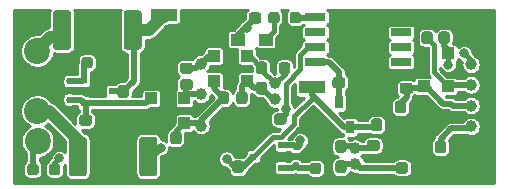
<source format=gbr>
%TF.GenerationSoftware,KiCad,Pcbnew,(5.1.9)-1*%
%TF.CreationDate,2021-08-27T14:21:39+03:00*%
%TF.ProjectId,Spina_SSM3J351,5370696e-615f-4535-934d-334a3335312e,rev?*%
%TF.SameCoordinates,Original*%
%TF.FileFunction,Copper,L1,Top*%
%TF.FilePolarity,Positive*%
%FSLAX46Y46*%
G04 Gerber Fmt 4.6, Leading zero omitted, Abs format (unit mm)*
G04 Created by KiCad (PCBNEW (5.1.9)-1) date 2021-08-27 14:21:39*
%MOMM*%
%LPD*%
G01*
G04 APERTURE LIST*
%TA.AperFunction,SMDPad,CuDef*%
%ADD10R,2.200000X1.100000*%
%TD*%
%TA.AperFunction,SMDPad,CuDef*%
%ADD11R,0.650000X1.100000*%
%TD*%
%TA.AperFunction,SMDPad,CuDef*%
%ADD12R,1.150000X1.000000*%
%TD*%
%TA.AperFunction,SMDPad,CuDef*%
%ADD13R,0.575000X0.620000*%
%TD*%
%TA.AperFunction,SMDPad,CuDef*%
%ADD14R,1.000000X1.000000*%
%TD*%
%TA.AperFunction,SMDPad,CuDef*%
%ADD15R,0.420000X0.550000*%
%TD*%
%TA.AperFunction,SMDPad,CuDef*%
%ADD16R,1.750000X0.650000*%
%TD*%
%TA.AperFunction,ComponentPad*%
%ADD17C,2.200000*%
%TD*%
%TA.AperFunction,ComponentPad*%
%ADD18C,1.000000*%
%TD*%
%TA.AperFunction,ViaPad*%
%ADD19C,0.800000*%
%TD*%
%TA.AperFunction,Conductor*%
%ADD20C,1.000000*%
%TD*%
%TA.AperFunction,Conductor*%
%ADD21C,0.500000*%
%TD*%
%TA.AperFunction,Conductor*%
%ADD22C,0.400000*%
%TD*%
%TA.AperFunction,Conductor*%
%ADD23C,0.254000*%
%TD*%
%TA.AperFunction,Conductor*%
%ADD24C,0.100000*%
%TD*%
G04 APERTURE END LIST*
D10*
%TO.P,C1,1*%
%TO.N,Net-(C1-Pad1)*%
X71424800Y-114503200D03*
%TO.P,C1,2*%
%TO.N,GND*%
X71424800Y-117803200D03*
%TD*%
%TO.P,C2,2*%
%TO.N,GND*%
X83947000Y-123951000D03*
%TO.P,C2,1*%
%TO.N,Net-(C2-Pad1)*%
X83947000Y-120651000D03*
%TD*%
%TO.P,C3,1*%
%TO.N,Net-(C1-Pad1)*%
%TA.AperFunction,SMDPad,CuDef*%
G36*
G01*
X68207900Y-121543100D02*
X67732900Y-121543100D01*
G75*
G02*
X67495400Y-121305600I0J237500D01*
G01*
X67495400Y-120705600D01*
G75*
G02*
X67732900Y-120468100I237500J0D01*
G01*
X68207900Y-120468100D01*
G75*
G02*
X68445400Y-120705600I0J-237500D01*
G01*
X68445400Y-121305600D01*
G75*
G02*
X68207900Y-121543100I-237500J0D01*
G01*
G37*
%TD.AperFunction*%
%TO.P,C3,2*%
%TO.N,GND*%
%TA.AperFunction,SMDPad,CuDef*%
G36*
G01*
X68207900Y-119818100D02*
X67732900Y-119818100D01*
G75*
G02*
X67495400Y-119580600I0J237500D01*
G01*
X67495400Y-118980600D01*
G75*
G02*
X67732900Y-118743100I237500J0D01*
G01*
X68207900Y-118743100D01*
G75*
G02*
X68445400Y-118980600I0J-237500D01*
G01*
X68445400Y-119580600D01*
G75*
G02*
X68207900Y-119818100I-237500J0D01*
G01*
G37*
%TD.AperFunction*%
%TD*%
%TO.P,C4,1*%
%TO.N,Net-(C2-Pad1)*%
%TA.AperFunction,SMDPad,CuDef*%
G36*
G01*
X89670900Y-124362500D02*
X89195900Y-124362500D01*
G75*
G02*
X88958400Y-124125000I0J237500D01*
G01*
X88958400Y-123525000D01*
G75*
G02*
X89195900Y-123287500I237500J0D01*
G01*
X89670900Y-123287500D01*
G75*
G02*
X89908400Y-123525000I0J-237500D01*
G01*
X89908400Y-124125000D01*
G75*
G02*
X89670900Y-124362500I-237500J0D01*
G01*
G37*
%TD.AperFunction*%
%TO.P,C4,2*%
%TO.N,GND*%
%TA.AperFunction,SMDPad,CuDef*%
G36*
G01*
X89670900Y-122637500D02*
X89195900Y-122637500D01*
G75*
G02*
X88958400Y-122400000I0J237500D01*
G01*
X88958400Y-121800000D01*
G75*
G02*
X89195900Y-121562500I237500J0D01*
G01*
X89670900Y-121562500D01*
G75*
G02*
X89908400Y-121800000I0J-237500D01*
G01*
X89908400Y-122400000D01*
G75*
G02*
X89670900Y-122637500I-237500J0D01*
G01*
G37*
%TD.AperFunction*%
%TD*%
%TO.P,C5,1*%
%TO.N,Net-(C2-Pad1)*%
%TA.AperFunction,SMDPad,CuDef*%
G36*
G01*
X77936100Y-127918500D02*
X77461100Y-127918500D01*
G75*
G02*
X77223600Y-127681000I0J237500D01*
G01*
X77223600Y-127081000D01*
G75*
G02*
X77461100Y-126843500I237500J0D01*
G01*
X77936100Y-126843500D01*
G75*
G02*
X78173600Y-127081000I0J-237500D01*
G01*
X78173600Y-127681000D01*
G75*
G02*
X77936100Y-127918500I-237500J0D01*
G01*
G37*
%TD.AperFunction*%
%TO.P,C5,2*%
%TO.N,GND*%
%TA.AperFunction,SMDPad,CuDef*%
G36*
G01*
X77936100Y-126193500D02*
X77461100Y-126193500D01*
G75*
G02*
X77223600Y-125956000I0J237500D01*
G01*
X77223600Y-125356000D01*
G75*
G02*
X77461100Y-125118500I237500J0D01*
G01*
X77936100Y-125118500D01*
G75*
G02*
X78173600Y-125356000I0J-237500D01*
G01*
X78173600Y-125956000D01*
G75*
G02*
X77936100Y-126193500I-237500J0D01*
G01*
G37*
%TD.AperFunction*%
%TD*%
%TO.P,C6,2*%
%TO.N,GND*%
%TA.AperFunction,SMDPad,CuDef*%
G36*
G01*
X87421600Y-120506500D02*
X87421600Y-120031500D01*
G75*
G02*
X87659100Y-119794000I237500J0D01*
G01*
X88259100Y-119794000D01*
G75*
G02*
X88496600Y-120031500I0J-237500D01*
G01*
X88496600Y-120506500D01*
G75*
G02*
X88259100Y-120744000I-237500J0D01*
G01*
X87659100Y-120744000D01*
G75*
G02*
X87421600Y-120506500I0J237500D01*
G01*
G37*
%TD.AperFunction*%
%TO.P,C6,1*%
%TO.N,Net-(C6-Pad1)*%
%TA.AperFunction,SMDPad,CuDef*%
G36*
G01*
X85696600Y-120506500D02*
X85696600Y-120031500D01*
G75*
G02*
X85934100Y-119794000I237500J0D01*
G01*
X86534100Y-119794000D01*
G75*
G02*
X86771600Y-120031500I0J-237500D01*
G01*
X86771600Y-120506500D01*
G75*
G02*
X86534100Y-120744000I-237500J0D01*
G01*
X85934100Y-120744000D01*
G75*
G02*
X85696600Y-120506500I0J237500D01*
G01*
G37*
%TD.AperFunction*%
%TD*%
%TO.P,C7,2*%
%TO.N,GND*%
%TA.AperFunction,SMDPad,CuDef*%
G36*
G01*
X65982900Y-123681500D02*
X65982900Y-123206500D01*
G75*
G02*
X66220400Y-122969000I237500J0D01*
G01*
X66820400Y-122969000D01*
G75*
G02*
X67057900Y-123206500I0J-237500D01*
G01*
X67057900Y-123681500D01*
G75*
G02*
X66820400Y-123919000I-237500J0D01*
G01*
X66220400Y-123919000D01*
G75*
G02*
X65982900Y-123681500I0J237500D01*
G01*
G37*
%TD.AperFunction*%
%TO.P,C7,1*%
%TO.N,Net-(C7-Pad1)*%
%TA.AperFunction,SMDPad,CuDef*%
G36*
G01*
X64257900Y-123681500D02*
X64257900Y-123206500D01*
G75*
G02*
X64495400Y-122969000I237500J0D01*
G01*
X65095400Y-122969000D01*
G75*
G02*
X65332900Y-123206500I0J-237500D01*
G01*
X65332900Y-123681500D01*
G75*
G02*
X65095400Y-123919000I-237500J0D01*
G01*
X64495400Y-123919000D01*
G75*
G02*
X64257900Y-123681500I0J237500D01*
G01*
G37*
%TD.AperFunction*%
%TD*%
%TO.P,C8,1*%
%TO.N,Net-(C8-Pad1)*%
%TA.AperFunction,SMDPad,CuDef*%
G36*
G01*
X95385900Y-116996500D02*
X94910900Y-116996500D01*
G75*
G02*
X94673400Y-116759000I0J237500D01*
G01*
X94673400Y-116159000D01*
G75*
G02*
X94910900Y-115921500I237500J0D01*
G01*
X95385900Y-115921500D01*
G75*
G02*
X95623400Y-116159000I0J-237500D01*
G01*
X95623400Y-116759000D01*
G75*
G02*
X95385900Y-116996500I-237500J0D01*
G01*
G37*
%TD.AperFunction*%
%TO.P,C8,2*%
%TO.N,GND*%
%TA.AperFunction,SMDPad,CuDef*%
G36*
G01*
X95385900Y-115271500D02*
X94910900Y-115271500D01*
G75*
G02*
X94673400Y-115034000I0J237500D01*
G01*
X94673400Y-114434000D01*
G75*
G02*
X94910900Y-114196500I237500J0D01*
G01*
X95385900Y-114196500D01*
G75*
G02*
X95623400Y-114434000I0J-237500D01*
G01*
X95623400Y-115034000D01*
G75*
G02*
X95385900Y-115271500I-237500J0D01*
G01*
G37*
%TD.AperFunction*%
%TD*%
%TO.P,C9,1*%
%TO.N,GND*%
%TA.AperFunction,SMDPad,CuDef*%
G36*
G01*
X71067300Y-120658900D02*
X71067300Y-120183900D01*
G75*
G02*
X71304800Y-119946400I237500J0D01*
G01*
X71904800Y-119946400D01*
G75*
G02*
X72142300Y-120183900I0J-237500D01*
G01*
X72142300Y-120658900D01*
G75*
G02*
X71904800Y-120896400I-237500J0D01*
G01*
X71304800Y-120896400D01*
G75*
G02*
X71067300Y-120658900I0J237500D01*
G01*
G37*
%TD.AperFunction*%
%TO.P,C9,2*%
%TO.N,Net-(C9-Pad2)*%
%TA.AperFunction,SMDPad,CuDef*%
G36*
G01*
X72792300Y-120658900D02*
X72792300Y-120183900D01*
G75*
G02*
X73029800Y-119946400I237500J0D01*
G01*
X73629800Y-119946400D01*
G75*
G02*
X73867300Y-120183900I0J-237500D01*
G01*
X73867300Y-120658900D01*
G75*
G02*
X73629800Y-120896400I-237500J0D01*
G01*
X73029800Y-120896400D01*
G75*
G02*
X72792300Y-120658900I0J237500D01*
G01*
G37*
%TD.AperFunction*%
%TD*%
%TO.P,C10,2*%
%TO.N,GND*%
%TA.AperFunction,SMDPad,CuDef*%
G36*
G01*
X72203300Y-126130100D02*
X72678300Y-126130100D01*
G75*
G02*
X72915800Y-126367600I0J-237500D01*
G01*
X72915800Y-126967600D01*
G75*
G02*
X72678300Y-127205100I-237500J0D01*
G01*
X72203300Y-127205100D01*
G75*
G02*
X71965800Y-126967600I0J237500D01*
G01*
X71965800Y-126367600D01*
G75*
G02*
X72203300Y-126130100I237500J0D01*
G01*
G37*
%TD.AperFunction*%
%TO.P,C10,1*%
%TO.N,GND3*%
%TA.AperFunction,SMDPad,CuDef*%
G36*
G01*
X72203300Y-124405100D02*
X72678300Y-124405100D01*
G75*
G02*
X72915800Y-124642600I0J-237500D01*
G01*
X72915800Y-125242600D01*
G75*
G02*
X72678300Y-125480100I-237500J0D01*
G01*
X72203300Y-125480100D01*
G75*
G02*
X71965800Y-125242600I0J237500D01*
G01*
X71965800Y-124642600D01*
G75*
G02*
X72203300Y-124405100I237500J0D01*
G01*
G37*
%TD.AperFunction*%
%TD*%
%TO.P,C11,2*%
%TO.N,Net-(C11-Pad2)*%
%TA.AperFunction,SMDPad,CuDef*%
G36*
G01*
X93463100Y-115919300D02*
X93938100Y-115919300D01*
G75*
G02*
X94175600Y-116156800I0J-237500D01*
G01*
X94175600Y-116756800D01*
G75*
G02*
X93938100Y-116994300I-237500J0D01*
G01*
X93463100Y-116994300D01*
G75*
G02*
X93225600Y-116756800I0J237500D01*
G01*
X93225600Y-116156800D01*
G75*
G02*
X93463100Y-115919300I237500J0D01*
G01*
G37*
%TD.AperFunction*%
%TO.P,C11,1*%
%TO.N,GND*%
%TA.AperFunction,SMDPad,CuDef*%
G36*
G01*
X93463100Y-114194300D02*
X93938100Y-114194300D01*
G75*
G02*
X94175600Y-114431800I0J-237500D01*
G01*
X94175600Y-115031800D01*
G75*
G02*
X93938100Y-115269300I-237500J0D01*
G01*
X93463100Y-115269300D01*
G75*
G02*
X93225600Y-115031800I0J237500D01*
G01*
X93225600Y-114431800D01*
G75*
G02*
X93463100Y-114194300I237500J0D01*
G01*
G37*
%TD.AperFunction*%
%TD*%
%TO.P,C12,1*%
%TO.N,GND1*%
%TA.AperFunction,SMDPad,CuDef*%
G36*
G01*
X91227900Y-121765700D02*
X91702900Y-121765700D01*
G75*
G02*
X91940400Y-122003200I0J-237500D01*
G01*
X91940400Y-122603200D01*
G75*
G02*
X91702900Y-122840700I-237500J0D01*
G01*
X91227900Y-122840700D01*
G75*
G02*
X90990400Y-122603200I0J237500D01*
G01*
X90990400Y-122003200D01*
G75*
G02*
X91227900Y-121765700I237500J0D01*
G01*
G37*
%TD.AperFunction*%
%TO.P,C12,2*%
%TO.N,GND*%
%TA.AperFunction,SMDPad,CuDef*%
G36*
G01*
X91227900Y-123490700D02*
X91702900Y-123490700D01*
G75*
G02*
X91940400Y-123728200I0J-237500D01*
G01*
X91940400Y-124328200D01*
G75*
G02*
X91702900Y-124565700I-237500J0D01*
G01*
X91227900Y-124565700D01*
G75*
G02*
X90990400Y-124328200I0J237500D01*
G01*
X90990400Y-123728200D01*
G75*
G02*
X91227900Y-123490700I237500J0D01*
G01*
G37*
%TD.AperFunction*%
%TD*%
%TO.P,C13,2*%
%TO.N,Net-(C13-Pad2)*%
%TA.AperFunction,SMDPad,CuDef*%
G36*
G01*
X78608900Y-115020100D02*
X78608900Y-114545100D01*
G75*
G02*
X78846400Y-114307600I237500J0D01*
G01*
X79446400Y-114307600D01*
G75*
G02*
X79683900Y-114545100I0J-237500D01*
G01*
X79683900Y-115020100D01*
G75*
G02*
X79446400Y-115257600I-237500J0D01*
G01*
X78846400Y-115257600D01*
G75*
G02*
X78608900Y-115020100I0J237500D01*
G01*
G37*
%TD.AperFunction*%
%TO.P,C13,1*%
%TO.N,GND*%
%TA.AperFunction,SMDPad,CuDef*%
G36*
G01*
X76883900Y-115020100D02*
X76883900Y-114545100D01*
G75*
G02*
X77121400Y-114307600I237500J0D01*
G01*
X77721400Y-114307600D01*
G75*
G02*
X77958900Y-114545100I0J-237500D01*
G01*
X77958900Y-115020100D01*
G75*
G02*
X77721400Y-115257600I-237500J0D01*
G01*
X77121400Y-115257600D01*
G75*
G02*
X76883900Y-115020100I0J237500D01*
G01*
G37*
%TD.AperFunction*%
%TD*%
%TO.P,C14,1*%
%TO.N,GND*%
%TA.AperFunction,SMDPad,CuDef*%
G36*
G01*
X71067300Y-119287300D02*
X71067300Y-118812300D01*
G75*
G02*
X71304800Y-118574800I237500J0D01*
G01*
X71904800Y-118574800D01*
G75*
G02*
X72142300Y-118812300I0J-237500D01*
G01*
X72142300Y-119287300D01*
G75*
G02*
X71904800Y-119524800I-237500J0D01*
G01*
X71304800Y-119524800D01*
G75*
G02*
X71067300Y-119287300I0J237500D01*
G01*
G37*
%TD.AperFunction*%
%TO.P,C14,2*%
%TO.N,Net-(C14-Pad2)*%
%TA.AperFunction,SMDPad,CuDef*%
G36*
G01*
X72792300Y-119287300D02*
X72792300Y-118812300D01*
G75*
G02*
X73029800Y-118574800I237500J0D01*
G01*
X73629800Y-118574800D01*
G75*
G02*
X73867300Y-118812300I0J-237500D01*
G01*
X73867300Y-119287300D01*
G75*
G02*
X73629800Y-119524800I-237500J0D01*
G01*
X73029800Y-119524800D01*
G75*
G02*
X72792300Y-119287300I0J237500D01*
G01*
G37*
%TD.AperFunction*%
%TD*%
%TO.P,C15,2*%
%TO.N,GND*%
%TA.AperFunction,SMDPad,CuDef*%
G36*
G01*
X76216500Y-122728700D02*
X76691500Y-122728700D01*
G75*
G02*
X76929000Y-122966200I0J-237500D01*
G01*
X76929000Y-123566200D01*
G75*
G02*
X76691500Y-123803700I-237500J0D01*
G01*
X76216500Y-123803700D01*
G75*
G02*
X75979000Y-123566200I0J237500D01*
G01*
X75979000Y-122966200D01*
G75*
G02*
X76216500Y-122728700I237500J0D01*
G01*
G37*
%TD.AperFunction*%
%TO.P,C15,1*%
%TO.N,GND3*%
%TA.AperFunction,SMDPad,CuDef*%
G36*
G01*
X76216500Y-121003700D02*
X76691500Y-121003700D01*
G75*
G02*
X76929000Y-121241200I0J-237500D01*
G01*
X76929000Y-121841200D01*
G75*
G02*
X76691500Y-122078700I-237500J0D01*
G01*
X76216500Y-122078700D01*
G75*
G02*
X75979000Y-121841200I0J237500D01*
G01*
X75979000Y-121241200D01*
G75*
G02*
X76216500Y-121003700I237500J0D01*
G01*
G37*
%TD.AperFunction*%
%TD*%
%TO.P,C16,2*%
%TO.N,Net-(C16-Pad2)*%
%TA.AperFunction,SMDPad,CuDef*%
G36*
G01*
X95081100Y-126244300D02*
X94606100Y-126244300D01*
G75*
G02*
X94368600Y-126006800I0J237500D01*
G01*
X94368600Y-125406800D01*
G75*
G02*
X94606100Y-125169300I237500J0D01*
G01*
X95081100Y-125169300D01*
G75*
G02*
X95318600Y-125406800I0J-237500D01*
G01*
X95318600Y-126006800D01*
G75*
G02*
X95081100Y-126244300I-237500J0D01*
G01*
G37*
%TD.AperFunction*%
%TO.P,C16,1*%
%TO.N,GND*%
%TA.AperFunction,SMDPad,CuDef*%
G36*
G01*
X95081100Y-127969300D02*
X94606100Y-127969300D01*
G75*
G02*
X94368600Y-127731800I0J237500D01*
G01*
X94368600Y-127131800D01*
G75*
G02*
X94606100Y-126894300I237500J0D01*
G01*
X95081100Y-126894300D01*
G75*
G02*
X95318600Y-127131800I0J-237500D01*
G01*
X95318600Y-127731800D01*
G75*
G02*
X95081100Y-127969300I-237500J0D01*
G01*
G37*
%TD.AperFunction*%
%TD*%
%TO.P,C17,1*%
%TO.N,GND1*%
%TA.AperFunction,SMDPad,CuDef*%
G36*
G01*
X92460100Y-120488700D02*
X92460100Y-120963700D01*
G75*
G02*
X92222600Y-121201200I-237500J0D01*
G01*
X91622600Y-121201200D01*
G75*
G02*
X91385100Y-120963700I0J237500D01*
G01*
X91385100Y-120488700D01*
G75*
G02*
X91622600Y-120251200I237500J0D01*
G01*
X92222600Y-120251200D01*
G75*
G02*
X92460100Y-120488700I0J-237500D01*
G01*
G37*
%TD.AperFunction*%
%TO.P,C17,2*%
%TO.N,GND*%
%TA.AperFunction,SMDPad,CuDef*%
G36*
G01*
X90735100Y-120488700D02*
X90735100Y-120963700D01*
G75*
G02*
X90497600Y-121201200I-237500J0D01*
G01*
X89897600Y-121201200D01*
G75*
G02*
X89660100Y-120963700I0J237500D01*
G01*
X89660100Y-120488700D01*
G75*
G02*
X89897600Y-120251200I237500J0D01*
G01*
X90497600Y-120251200D01*
G75*
G02*
X90735100Y-120488700I0J-237500D01*
G01*
G37*
%TD.AperFunction*%
%TD*%
%TO.P,C18,1*%
%TO.N,Net-(C18-Pad1)*%
%TA.AperFunction,SMDPad,CuDef*%
G36*
G01*
X81817500Y-123104900D02*
X81817500Y-123579900D01*
G75*
G02*
X81580000Y-123817400I-237500J0D01*
G01*
X80980000Y-123817400D01*
G75*
G02*
X80742500Y-123579900I0J237500D01*
G01*
X80742500Y-123104900D01*
G75*
G02*
X80980000Y-122867400I237500J0D01*
G01*
X81580000Y-122867400D01*
G75*
G02*
X81817500Y-123104900I0J-237500D01*
G01*
G37*
%TD.AperFunction*%
%TO.P,C18,2*%
%TO.N,GND*%
%TA.AperFunction,SMDPad,CuDef*%
G36*
G01*
X80092500Y-123104900D02*
X80092500Y-123579900D01*
G75*
G02*
X79855000Y-123817400I-237500J0D01*
G01*
X79255000Y-123817400D01*
G75*
G02*
X79017500Y-123579900I0J237500D01*
G01*
X79017500Y-123104900D01*
G75*
G02*
X79255000Y-122867400I237500J0D01*
G01*
X79855000Y-122867400D01*
G75*
G02*
X80092500Y-123104900I0J-237500D01*
G01*
G37*
%TD.AperFunction*%
%TD*%
%TO.P,C19,1*%
%TO.N,GND*%
%TA.AperFunction,SMDPad,CuDef*%
G36*
G01*
X81398100Y-116787300D02*
X81873100Y-116787300D01*
G75*
G02*
X82110600Y-117024800I0J-237500D01*
G01*
X82110600Y-117624800D01*
G75*
G02*
X81873100Y-117862300I-237500J0D01*
G01*
X81398100Y-117862300D01*
G75*
G02*
X81160600Y-117624800I0J237500D01*
G01*
X81160600Y-117024800D01*
G75*
G02*
X81398100Y-116787300I237500J0D01*
G01*
G37*
%TD.AperFunction*%
%TO.P,C19,2*%
%TO.N,Net-(C19-Pad2)*%
%TA.AperFunction,SMDPad,CuDef*%
G36*
G01*
X81398100Y-118512300D02*
X81873100Y-118512300D01*
G75*
G02*
X82110600Y-118749800I0J-237500D01*
G01*
X82110600Y-119349800D01*
G75*
G02*
X81873100Y-119587300I-237500J0D01*
G01*
X81398100Y-119587300D01*
G75*
G02*
X81160600Y-119349800I0J237500D01*
G01*
X81160600Y-118749800D01*
G75*
G02*
X81398100Y-118512300I237500J0D01*
G01*
G37*
%TD.AperFunction*%
%TD*%
%TO.P,C20,2*%
%TO.N,GND*%
%TA.AperFunction,SMDPad,CuDef*%
G36*
G01*
X77791300Y-122728700D02*
X78266300Y-122728700D01*
G75*
G02*
X78503800Y-122966200I0J-237500D01*
G01*
X78503800Y-123566200D01*
G75*
G02*
X78266300Y-123803700I-237500J0D01*
G01*
X77791300Y-123803700D01*
G75*
G02*
X77553800Y-123566200I0J237500D01*
G01*
X77553800Y-122966200D01*
G75*
G02*
X77791300Y-122728700I237500J0D01*
G01*
G37*
%TD.AperFunction*%
%TO.P,C20,1*%
%TO.N,GNDA*%
%TA.AperFunction,SMDPad,CuDef*%
G36*
G01*
X77791300Y-121003700D02*
X78266300Y-121003700D01*
G75*
G02*
X78503800Y-121241200I0J-237500D01*
G01*
X78503800Y-121841200D01*
G75*
G02*
X78266300Y-122078700I-237500J0D01*
G01*
X77791300Y-122078700D01*
G75*
G02*
X77553800Y-121841200I0J237500D01*
G01*
X77553800Y-121241200D01*
G75*
G02*
X77791300Y-121003700I237500J0D01*
G01*
G37*
%TD.AperFunction*%
%TD*%
%TO.P,C21,2*%
%TO.N,Net-(C21-Pad2)*%
%TA.AperFunction,SMDPad,CuDef*%
G36*
G01*
X92106700Y-127245100D02*
X92106700Y-127720100D01*
G75*
G02*
X91869200Y-127957600I-237500J0D01*
G01*
X91269200Y-127957600D01*
G75*
G02*
X91031700Y-127720100I0J237500D01*
G01*
X91031700Y-127245100D01*
G75*
G02*
X91269200Y-127007600I237500J0D01*
G01*
X91869200Y-127007600D01*
G75*
G02*
X92106700Y-127245100I0J-237500D01*
G01*
G37*
%TD.AperFunction*%
%TO.P,C21,1*%
%TO.N,GND*%
%TA.AperFunction,SMDPad,CuDef*%
G36*
G01*
X93831700Y-127245100D02*
X93831700Y-127720100D01*
G75*
G02*
X93594200Y-127957600I-237500J0D01*
G01*
X92994200Y-127957600D01*
G75*
G02*
X92756700Y-127720100I0J237500D01*
G01*
X92756700Y-127245100D01*
G75*
G02*
X92994200Y-127007600I237500J0D01*
G01*
X93594200Y-127007600D01*
G75*
G02*
X93831700Y-127245100I0J-237500D01*
G01*
G37*
%TD.AperFunction*%
%TD*%
%TO.P,C22,1*%
%TO.N,GND2*%
%TA.AperFunction,SMDPad,CuDef*%
G36*
G01*
X88618700Y-125815100D02*
X88618700Y-125340100D01*
G75*
G02*
X88856200Y-125102600I237500J0D01*
G01*
X89456200Y-125102600D01*
G75*
G02*
X89693700Y-125340100I0J-237500D01*
G01*
X89693700Y-125815100D01*
G75*
G02*
X89456200Y-126052600I-237500J0D01*
G01*
X88856200Y-126052600D01*
G75*
G02*
X88618700Y-125815100I0J237500D01*
G01*
G37*
%TD.AperFunction*%
%TO.P,C22,2*%
%TO.N,GND*%
%TA.AperFunction,SMDPad,CuDef*%
G36*
G01*
X90343700Y-125815100D02*
X90343700Y-125340100D01*
G75*
G02*
X90581200Y-125102600I237500J0D01*
G01*
X91181200Y-125102600D01*
G75*
G02*
X91418700Y-125340100I0J-237500D01*
G01*
X91418700Y-125815100D01*
G75*
G02*
X91181200Y-126052600I-237500J0D01*
G01*
X90581200Y-126052600D01*
G75*
G02*
X90343700Y-125815100I0J237500D01*
G01*
G37*
%TD.AperFunction*%
%TD*%
%TO.P,C23,2*%
%TO.N,GNDA*%
%TA.AperFunction,SMDPad,CuDef*%
G36*
G01*
X79442300Y-120188700D02*
X79917300Y-120188700D01*
G75*
G02*
X80154800Y-120426200I0J-237500D01*
G01*
X80154800Y-121026200D01*
G75*
G02*
X79917300Y-121263700I-237500J0D01*
G01*
X79442300Y-121263700D01*
G75*
G02*
X79204800Y-121026200I0J237500D01*
G01*
X79204800Y-120426200D01*
G75*
G02*
X79442300Y-120188700I237500J0D01*
G01*
G37*
%TD.AperFunction*%
%TO.P,C23,1*%
%TO.N,Net-(C19-Pad2)*%
%TA.AperFunction,SMDPad,CuDef*%
G36*
G01*
X79442300Y-118463700D02*
X79917300Y-118463700D01*
G75*
G02*
X80154800Y-118701200I0J-237500D01*
G01*
X80154800Y-119301200D01*
G75*
G02*
X79917300Y-119538700I-237500J0D01*
G01*
X79442300Y-119538700D01*
G75*
G02*
X79204800Y-119301200I0J237500D01*
G01*
X79204800Y-118701200D01*
G75*
G02*
X79442300Y-118463700I237500J0D01*
G01*
G37*
%TD.AperFunction*%
%TD*%
%TO.P,C24,2*%
%TO.N,GND2*%
%TA.AperFunction,SMDPad,CuDef*%
G36*
G01*
X86648300Y-126193500D02*
X86173300Y-126193500D01*
G75*
G02*
X85935800Y-125956000I0J237500D01*
G01*
X85935800Y-125356000D01*
G75*
G02*
X86173300Y-125118500I237500J0D01*
G01*
X86648300Y-125118500D01*
G75*
G02*
X86885800Y-125356000I0J-237500D01*
G01*
X86885800Y-125956000D01*
G75*
G02*
X86648300Y-126193500I-237500J0D01*
G01*
G37*
%TD.AperFunction*%
%TO.P,C24,1*%
%TO.N,Net-(C21-Pad2)*%
%TA.AperFunction,SMDPad,CuDef*%
G36*
G01*
X86648300Y-127918500D02*
X86173300Y-127918500D01*
G75*
G02*
X85935800Y-127681000I0J237500D01*
G01*
X85935800Y-127081000D01*
G75*
G02*
X86173300Y-126843500I237500J0D01*
G01*
X86648300Y-126843500D01*
G75*
G02*
X86885800Y-127081000I0J-237500D01*
G01*
X86885800Y-127681000D01*
G75*
G02*
X86648300Y-127918500I-237500J0D01*
G01*
G37*
%TD.AperFunction*%
%TD*%
D11*
%TO.P,IC1,1*%
%TO.N,GND*%
X88158200Y-121936800D03*
%TO.P,IC1,2*%
%TO.N,Net-(C6-Pad1)*%
X86238200Y-121936800D03*
%TO.P,IC1,3*%
%TO.N,Net-(C2-Pad1)*%
X87198200Y-124036800D03*
%TD*%
D12*
%TO.P,L3,1*%
%TO.N,Net-(L3-Pad1)*%
X80035400Y-116611400D03*
%TO.P,L3,2*%
%TO.N,Net-(C13-Pad2)*%
X77685400Y-116611400D03*
%TD*%
D13*
%TO.P,Q1,1*%
%TO.N,Net-(Q1-Pad1)*%
X64643000Y-120055600D03*
%TO.P,Q1,2*%
%TO.N,Net-(C7-Pad1)*%
X64643000Y-121955600D03*
%TO.P,Q1,3*%
%TO.N,Net-(C1-Pad1)*%
X67019000Y-121005600D03*
%TD*%
%TO.P,Q2,3*%
%TO.N,Net-(C2-Pad1)*%
X78999800Y-126517400D03*
%TO.P,Q2,2*%
%TO.N,Net-(C8-Pad1)*%
X81375800Y-125567400D03*
%TO.P,Q2,1*%
%TO.N,Net-(Q2-Pad1)*%
X81375800Y-127467400D03*
%TD*%
%TO.P,R1,2*%
%TO.N,GND*%
%TA.AperFunction,SMDPad,CuDef*%
G36*
G01*
X66263700Y-118804700D02*
X66263700Y-118329700D01*
G75*
G02*
X66501200Y-118092200I237500J0D01*
G01*
X67001200Y-118092200D01*
G75*
G02*
X67238700Y-118329700I0J-237500D01*
G01*
X67238700Y-118804700D01*
G75*
G02*
X67001200Y-119042200I-237500J0D01*
G01*
X66501200Y-119042200D01*
G75*
G02*
X66263700Y-118804700I0J237500D01*
G01*
G37*
%TD.AperFunction*%
%TO.P,R1,1*%
%TO.N,Net-(Q1-Pad1)*%
%TA.AperFunction,SMDPad,CuDef*%
G36*
G01*
X64438700Y-118804700D02*
X64438700Y-118329700D01*
G75*
G02*
X64676200Y-118092200I237500J0D01*
G01*
X65176200Y-118092200D01*
G75*
G02*
X65413700Y-118329700I0J-237500D01*
G01*
X65413700Y-118804700D01*
G75*
G02*
X65176200Y-119042200I-237500J0D01*
G01*
X64676200Y-119042200D01*
G75*
G02*
X64438700Y-118804700I0J237500D01*
G01*
G37*
%TD.AperFunction*%
%TD*%
%TO.P,R2,2*%
%TO.N,GND*%
%TA.AperFunction,SMDPad,CuDef*%
G36*
G01*
X84489300Y-126170500D02*
X84014300Y-126170500D01*
G75*
G02*
X83776800Y-125933000I0J237500D01*
G01*
X83776800Y-125433000D01*
G75*
G02*
X84014300Y-125195500I237500J0D01*
G01*
X84489300Y-125195500D01*
G75*
G02*
X84726800Y-125433000I0J-237500D01*
G01*
X84726800Y-125933000D01*
G75*
G02*
X84489300Y-126170500I-237500J0D01*
G01*
G37*
%TD.AperFunction*%
%TO.P,R2,1*%
%TO.N,Net-(Q2-Pad1)*%
%TA.AperFunction,SMDPad,CuDef*%
G36*
G01*
X84489300Y-127995500D02*
X84014300Y-127995500D01*
G75*
G02*
X83776800Y-127758000I0J237500D01*
G01*
X83776800Y-127258000D01*
G75*
G02*
X84014300Y-127020500I237500J0D01*
G01*
X84489300Y-127020500D01*
G75*
G02*
X84726800Y-127258000I0J-237500D01*
G01*
X84726800Y-127758000D01*
G75*
G02*
X84489300Y-127995500I-237500J0D01*
G01*
G37*
%TD.AperFunction*%
%TD*%
%TO.P,R3,1*%
%TO.N,Net-(IC2-Pad5)*%
%TA.AperFunction,SMDPad,CuDef*%
G36*
G01*
X83037500Y-114519700D02*
X83037500Y-114994700D01*
G75*
G02*
X82800000Y-115232200I-237500J0D01*
G01*
X82300000Y-115232200D01*
G75*
G02*
X82062500Y-114994700I0J237500D01*
G01*
X82062500Y-114519700D01*
G75*
G02*
X82300000Y-114282200I237500J0D01*
G01*
X82800000Y-114282200D01*
G75*
G02*
X83037500Y-114519700I0J-237500D01*
G01*
G37*
%TD.AperFunction*%
%TO.P,R3,2*%
%TO.N,Net-(L3-Pad1)*%
%TA.AperFunction,SMDPad,CuDef*%
G36*
G01*
X81212500Y-114519700D02*
X81212500Y-114994700D01*
G75*
G02*
X80975000Y-115232200I-237500J0D01*
G01*
X80475000Y-115232200D01*
G75*
G02*
X80237500Y-114994700I0J237500D01*
G01*
X80237500Y-114519700D01*
G75*
G02*
X80475000Y-114282200I237500J0D01*
G01*
X80975000Y-114282200D01*
G75*
G02*
X81212500Y-114519700I0J-237500D01*
G01*
G37*
%TD.AperFunction*%
%TD*%
%TO.P,R4,1*%
%TO.N,Net-(C18-Pad1)*%
%TA.AperFunction,SMDPad,CuDef*%
G36*
G01*
X62641300Y-127372100D02*
X62641300Y-127847100D01*
G75*
G02*
X62403800Y-128084600I-237500J0D01*
G01*
X61903800Y-128084600D01*
G75*
G02*
X61666300Y-127847100I0J237500D01*
G01*
X61666300Y-127372100D01*
G75*
G02*
X61903800Y-127134600I237500J0D01*
G01*
X62403800Y-127134600D01*
G75*
G02*
X62641300Y-127372100I0J-237500D01*
G01*
G37*
%TD.AperFunction*%
%TO.P,R4,2*%
%TO.N,Net-(J4-Pad1)*%
%TA.AperFunction,SMDPad,CuDef*%
G36*
G01*
X60816300Y-127372100D02*
X60816300Y-127847100D01*
G75*
G02*
X60578800Y-128084600I-237500J0D01*
G01*
X60078800Y-128084600D01*
G75*
G02*
X59841300Y-127847100I0J237500D01*
G01*
X59841300Y-127372100D01*
G75*
G02*
X60078800Y-127134600I237500J0D01*
G01*
X60578800Y-127134600D01*
G75*
G02*
X60816300Y-127372100I0J-237500D01*
G01*
G37*
%TD.AperFunction*%
%TD*%
D14*
%TO.P,Tr1,4*%
%TO.N,GND3*%
X73152000Y-123689800D03*
%TO.P,Tr1,3*%
%TO.N,Net-(C9-Pad2)*%
X73152000Y-121589800D03*
%TO.P,Tr1,2*%
%TO.N,GND*%
X70352000Y-123689800D03*
%TO.P,Tr1,1*%
%TO.N,Net-(C7-Pad1)*%
X70352000Y-121589800D03*
%TD*%
%TO.P,Tr2,1*%
%TO.N,Net-(C8-Pad1)*%
X95504000Y-117783000D03*
%TO.P,Tr2,2*%
%TO.N,GND*%
X93404000Y-117783000D03*
%TO.P,Tr2,3*%
%TO.N,Net-(C11-Pad2)*%
X95504000Y-120583000D03*
%TO.P,Tr2,4*%
%TO.N,GND1*%
X93404000Y-120583000D03*
%TD*%
%TO.P,Tr3,1*%
%TO.N,Net-(C14-Pad2)*%
X75660600Y-118016600D03*
%TO.P,Tr3,2*%
%TO.N,GND3*%
X75660600Y-120116600D03*
%TO.P,Tr3,3*%
%TO.N,Net-(C19-Pad2)*%
X78460600Y-118016600D03*
%TO.P,Tr3,4*%
%TO.N,GNDA*%
X78460600Y-120116600D03*
%TD*%
D15*
%TO.P,Z1,1*%
%TO.N,Net-(C7-Pad1)*%
X63398400Y-121691400D03*
%TO.P,Z1,2*%
%TO.N,Net-(Q1-Pad1)*%
X63398400Y-120141400D03*
%TD*%
%TO.P,Z2,2*%
%TO.N,Net-(Q2-Pad1)*%
X82575400Y-127267000D03*
%TO.P,Z2,1*%
%TO.N,Net-(C8-Pad1)*%
X82575400Y-125717000D03*
%TD*%
D16*
%TO.P,IC2,1*%
%TO.N,N/C*%
X91509000Y-118541800D03*
%TO.P,IC2,2*%
X91509000Y-117271800D03*
%TO.P,IC2,3*%
X91509000Y-116001800D03*
%TO.P,IC2,4*%
%TO.N,GND*%
X91509000Y-114731800D03*
%TO.P,IC2,5*%
%TO.N,Net-(IC2-Pad5)*%
X84259000Y-114731800D03*
%TO.P,IC2,6*%
%TO.N,N/C*%
X84259000Y-116001800D03*
%TO.P,IC2,7*%
%TO.N,Net-(C18-Pad1)*%
X84259000Y-117271800D03*
%TO.P,IC2,8*%
%TO.N,Net-(C6-Pad1)*%
X84259000Y-118541800D03*
%TD*%
%TO.P,L1,2*%
%TO.N,Net-(C1-Pad1)*%
%TA.AperFunction,SMDPad,CuDef*%
G36*
G01*
X68020700Y-117223601D02*
X68020700Y-114373599D01*
G75*
G02*
X68270699Y-114123600I249999J0D01*
G01*
X69295701Y-114123600D01*
G75*
G02*
X69545700Y-114373599I0J-249999D01*
G01*
X69545700Y-117223601D01*
G75*
G02*
X69295701Y-117473600I-249999J0D01*
G01*
X68270699Y-117473600D01*
G75*
G02*
X68020700Y-117223601I0J249999D01*
G01*
G37*
%TD.AperFunction*%
%TO.P,L1,1*%
%TO.N,Net-(J1-Pad1)*%
%TA.AperFunction,SMDPad,CuDef*%
G36*
G01*
X62045700Y-117223601D02*
X62045700Y-114373599D01*
G75*
G02*
X62295699Y-114123600I249999J0D01*
G01*
X63320701Y-114123600D01*
G75*
G02*
X63570700Y-114373599I0J-249999D01*
G01*
X63570700Y-117223601D01*
G75*
G02*
X63320701Y-117473600I-249999J0D01*
G01*
X62295699Y-117473600D01*
G75*
G02*
X62045700Y-117223601I0J249999D01*
G01*
G37*
%TD.AperFunction*%
%TD*%
%TO.P,L2,1*%
%TO.N,Net-(J3-Pad1)*%
%TA.AperFunction,SMDPad,CuDef*%
G36*
G01*
X63366500Y-127942401D02*
X63366500Y-125092399D01*
G75*
G02*
X63616499Y-124842400I249999J0D01*
G01*
X64641501Y-124842400D01*
G75*
G02*
X64891500Y-125092399I0J-249999D01*
G01*
X64891500Y-127942401D01*
G75*
G02*
X64641501Y-128192400I-249999J0D01*
G01*
X63616499Y-128192400D01*
G75*
G02*
X63366500Y-127942401I0J249999D01*
G01*
G37*
%TD.AperFunction*%
%TO.P,L2,2*%
%TO.N,Net-(C2-Pad1)*%
%TA.AperFunction,SMDPad,CuDef*%
G36*
G01*
X69341500Y-127942401D02*
X69341500Y-125092399D01*
G75*
G02*
X69591499Y-124842400I249999J0D01*
G01*
X70616501Y-124842400D01*
G75*
G02*
X70866500Y-125092399I0J-249999D01*
G01*
X70866500Y-127942401D01*
G75*
G02*
X70616501Y-128192400I-249999J0D01*
G01*
X69591499Y-128192400D01*
G75*
G02*
X69341500Y-127942401I0J249999D01*
G01*
G37*
%TD.AperFunction*%
%TD*%
D17*
%TO.P,J1,1*%
%TO.N,Net-(J1-Pad1)*%
X60706000Y-117576600D03*
%TD*%
%TO.P,J2,1*%
%TO.N,GND*%
X60706000Y-120126000D03*
%TD*%
%TO.P,J3,1*%
%TO.N,Net-(J3-Pad1)*%
X60706000Y-122666000D03*
%TD*%
%TO.P,J4,1*%
%TO.N,Net-(J4-Pad1)*%
X60731400Y-125206000D03*
%TD*%
D18*
%TO.P,J5,1*%
%TO.N,Net-(C9-Pad2)*%
X74574400Y-121259400D03*
%TD*%
%TO.P,J6,1*%
%TO.N,Net-(C11-Pad2)*%
X97434400Y-120446800D03*
%TD*%
%TO.P,J7,1*%
%TO.N,GND3*%
X74574400Y-123901200D03*
%TD*%
%TO.P,J8,1*%
%TO.N,Net-(C13-Pad2)*%
X97434400Y-118719600D03*
%TD*%
%TO.P,J9,1*%
%TO.N,GND1*%
X97434400Y-122199400D03*
%TD*%
%TO.P,J10,1*%
%TO.N,Net-(C14-Pad2)*%
X74574400Y-118643200D03*
%TD*%
%TO.P,J11,1*%
%TO.N,Net-(C16-Pad2)*%
X97434400Y-123952000D03*
%TD*%
%TO.P,J12,1*%
%TO.N,Net-(C19-Pad2)*%
X80848200Y-120319800D03*
%TD*%
%TO.P,J13,1*%
%TO.N,GNDA*%
X80848200Y-121666000D03*
%TD*%
%TO.P,J14,1*%
%TO.N,Net-(C21-Pad2)*%
X87629800Y-127152400D03*
%TD*%
%TO.P,J15,1*%
%TO.N,GND2*%
X87630000Y-125806200D03*
%TD*%
D17*
%TO.P,J16,1*%
%TO.N,GND*%
X74574400Y-115782600D03*
%TD*%
%TO.P,J17,1*%
%TO.N,GND*%
X74549000Y-126935000D03*
%TD*%
%TO.P,J18,1*%
%TO.N,GND*%
X97434400Y-126960400D03*
%TD*%
%TO.P,J19,1*%
%TO.N,GND*%
X97434400Y-115782600D03*
%TD*%
D19*
%TO.N,GND*%
X59156600Y-126390400D03*
X59131200Y-118846600D03*
X59182000Y-121386600D03*
X59156600Y-123901200D03*
X98755200Y-119608600D03*
X98755200Y-121335800D03*
X98755200Y-123113800D03*
X98729800Y-125526800D03*
X98755200Y-117475000D03*
X70078600Y-119227600D03*
X93040200Y-121742200D03*
X86436200Y-116636800D03*
X89560400Y-114681000D03*
X86487000Y-114655600D03*
X82346800Y-116636800D03*
X89585800Y-116662200D03*
X93421200Y-119481600D03*
X94894400Y-123291600D03*
X93675200Y-126238000D03*
X60579000Y-114833400D03*
X64871600Y-115366800D03*
X79527400Y-124358400D03*
X62712600Y-118821200D03*
X79908400Y-127736600D03*
X82575400Y-121767600D03*
X90627200Y-126492000D03*
X83997800Y-122986800D03*
X68199000Y-123494800D03*
X65963800Y-125603000D03*
X68199000Y-127330200D03*
X76504800Y-124891800D03*
X71704200Y-123571000D03*
%TO.N,Net-(C2-Pad1)*%
X76733400Y-126720600D03*
X71145400Y-125780800D03*
%TO.N,Net-(C8-Pad1)*%
X95504000Y-118745000D03*
X82981800Y-125145800D03*
%TO.N,Net-(C13-Pad2)*%
X78460600Y-115620800D03*
X96850200Y-117779800D03*
%TO.N,Net-(C18-Pad1)*%
X62560200Y-126669800D03*
X81762600Y-122504200D03*
%TD*%
D20*
%TO.N,Net-(C1-Pad1)*%
X71256990Y-114671010D02*
X71424800Y-114671010D01*
X68783200Y-115798600D02*
X70129400Y-115798600D01*
X70129400Y-115798600D02*
X71256990Y-114671010D01*
D21*
X67970400Y-121005600D02*
X67019000Y-121005600D01*
X68783200Y-115798600D02*
X68783200Y-116789200D01*
X68895410Y-120080590D02*
X67970400Y-121005600D01*
X68895410Y-116901410D02*
X68895410Y-120080590D01*
X68783200Y-116789200D02*
X68895410Y-116901410D01*
%TO.N,Net-(C2-Pad1)*%
X89433400Y-123825000D02*
X89433400Y-123901200D01*
X89297800Y-124036800D02*
X87198200Y-124036800D01*
X89433400Y-123901200D02*
X89297800Y-124036800D01*
X78136200Y-127381000D02*
X78999800Y-126517400D01*
X77698600Y-127381000D02*
X78136200Y-127381000D01*
X83947000Y-121330602D02*
X83947000Y-120651000D01*
X86653198Y-124036800D02*
X83947000Y-121330602D01*
X87198200Y-124036800D02*
X86653198Y-124036800D01*
D22*
X82448400Y-123113800D02*
X83948401Y-121613799D01*
X81314401Y-124857399D02*
X82446999Y-123724801D01*
X80659801Y-124857399D02*
X81314401Y-124857399D01*
X78999800Y-126517400D02*
X80659801Y-124857399D01*
X70104000Y-126517400D02*
X70408800Y-126517400D01*
X70408800Y-126517400D02*
X71145400Y-125780800D01*
X71145400Y-125780800D02*
X71145400Y-125780800D01*
X77698600Y-127381000D02*
X77393800Y-127381000D01*
X77393800Y-127381000D02*
X76733400Y-126720600D01*
X82446999Y-123115201D02*
X82448400Y-123113800D01*
X82446999Y-123724801D02*
X82446999Y-123115201D01*
D21*
%TO.N,Net-(C6-Pad1)*%
X86238200Y-120273100D02*
X86234100Y-120269000D01*
X86238200Y-121936800D02*
X86238200Y-120273100D01*
X84259000Y-118541800D02*
X85420200Y-118541800D01*
X86234100Y-119355700D02*
X86234100Y-120269000D01*
X85420200Y-118541800D02*
X86234100Y-119355700D01*
%TO.N,Net-(C7-Pad1)*%
X64378800Y-121691400D02*
X64643000Y-121955600D01*
X63398400Y-121691400D02*
X64378800Y-121691400D01*
X64795400Y-122108000D02*
X64643000Y-121955600D01*
X64795400Y-123444000D02*
X64795400Y-122108000D01*
X69948690Y-121993110D02*
X70352000Y-121589800D01*
X64680510Y-121993110D02*
X69948690Y-121993110D01*
X64643000Y-121955600D02*
X64680510Y-121993110D01*
%TO.N,Net-(C8-Pad1)*%
X82425800Y-125567400D02*
X82575400Y-125717000D01*
X81375800Y-125567400D02*
X82425800Y-125567400D01*
X95148400Y-117195600D02*
X95732600Y-117779800D01*
X95148400Y-116459000D02*
X95148400Y-117195600D01*
D22*
X82575400Y-125717000D02*
X82740800Y-125717000D01*
X82740800Y-125717000D02*
X82981800Y-125476000D01*
X82981800Y-125476000D02*
X82981800Y-125145800D01*
X82981800Y-125145800D02*
X82981800Y-125145800D01*
X95504000Y-117783000D02*
X95504000Y-118745000D01*
D21*
%TO.N,Net-(C9-Pad2)*%
X73329800Y-121412000D02*
X73152000Y-121589800D01*
X73329800Y-120421400D02*
X73329800Y-121412000D01*
X73482400Y-121259400D02*
X73152000Y-121589800D01*
X74574400Y-121259400D02*
X73482400Y-121259400D01*
%TO.N,GND3*%
X72440800Y-124401000D02*
X73152000Y-123689800D01*
X72440800Y-124942600D02*
X72440800Y-124401000D01*
X74363000Y-123689800D02*
X74574400Y-123901200D01*
X73152000Y-123689800D02*
X74363000Y-123689800D01*
X74574400Y-123420800D02*
X76454000Y-121541200D01*
X74574400Y-123901200D02*
X74574400Y-123420800D01*
X75660600Y-120747800D02*
X76454000Y-121541200D01*
X75660600Y-120116600D02*
X75660600Y-120747800D01*
%TO.N,Net-(C11-Pad2)*%
X95865600Y-120446800D02*
X95732600Y-120579800D01*
X97434400Y-120446800D02*
X95865600Y-120446800D01*
D22*
X94304001Y-119383001D02*
X95504000Y-120583000D01*
X94304001Y-117060201D02*
X94304001Y-119383001D01*
X93700600Y-116456800D02*
X94304001Y-117060201D01*
D21*
%TO.N,GND1*%
X95899000Y-122199400D02*
X95729400Y-122029800D01*
X97434400Y-122199400D02*
X95899000Y-122199400D01*
X95082600Y-122029800D02*
X95729400Y-122029800D01*
X93632600Y-120579800D02*
X95082600Y-122029800D01*
X93460800Y-120751600D02*
X93632600Y-120579800D01*
X92303600Y-120751600D02*
X93460800Y-120751600D01*
X91465400Y-122303200D02*
X91465400Y-121970800D01*
X91465400Y-121970800D02*
X91979399Y-121456801D01*
X92303600Y-120845598D02*
X92303600Y-120751600D01*
X91979399Y-121169799D02*
X92303600Y-120845598D01*
X91979399Y-121456801D02*
X91979399Y-121169799D01*
%TO.N,Net-(C13-Pad2)*%
X77343000Y-116586000D02*
X79146400Y-114782600D01*
D22*
X97434400Y-118364000D02*
X96850200Y-117779800D01*
X97434400Y-118719600D02*
X97434400Y-118364000D01*
D21*
%TO.N,Net-(C14-Pad2)*%
X74167800Y-119049800D02*
X74574400Y-118643200D01*
X73329800Y-119049800D02*
X74167800Y-119049800D01*
X74574400Y-118643200D02*
X74574600Y-118643200D01*
X75201200Y-118016600D02*
X75660600Y-118016600D01*
X74574600Y-118643200D02*
X75201200Y-118016600D01*
%TO.N,Net-(C16-Pad2)*%
X94843600Y-125015600D02*
X95729400Y-124129800D01*
X94843600Y-125706800D02*
X94843600Y-125015600D01*
X97256600Y-124129800D02*
X97434400Y-123952000D01*
X95729400Y-124129800D02*
X97256600Y-124129800D01*
D22*
%TO.N,Net-(C18-Pad1)*%
X83608998Y-117271800D02*
X84259000Y-117271800D01*
X82983999Y-117896799D02*
X83608998Y-117271800D01*
X82983999Y-119140477D02*
X82983999Y-117896799D01*
X81748201Y-120376275D02*
X82983999Y-119140477D01*
X81748201Y-122874199D02*
X81748201Y-120376275D01*
X81280000Y-123342400D02*
X81748201Y-122874199D01*
X62560200Y-126669800D02*
X62509400Y-126669800D01*
X62153800Y-127025400D02*
X62153800Y-127609600D01*
X62509400Y-126669800D02*
X62153800Y-127025400D01*
%TO.N,Net-(C19-Pad2)*%
X78695200Y-118016600D02*
X79679800Y-119001200D01*
X78460600Y-118016600D02*
X78695200Y-118016600D01*
X81635600Y-119532400D02*
X80848200Y-120319800D01*
X81635600Y-119049800D02*
X81635600Y-119532400D01*
X79679800Y-119151400D02*
X80848200Y-120319800D01*
X79679800Y-119001200D02*
X79679800Y-119151400D01*
D21*
%TO.N,GNDA*%
X80619600Y-121666000D02*
X79679800Y-120726200D01*
X80848200Y-121666000D02*
X80619600Y-121666000D01*
X79070200Y-120726200D02*
X78460600Y-120116600D01*
X79679800Y-120726200D02*
X79070200Y-120726200D01*
X78028800Y-120548400D02*
X78460600Y-120116600D01*
X78028800Y-121541200D02*
X78028800Y-120548400D01*
%TO.N,Net-(C21-Pad2)*%
X86639400Y-127152400D02*
X86410800Y-127381000D01*
X87629800Y-127152400D02*
X86639400Y-127152400D01*
X87629800Y-127152400D02*
X87655400Y-127152400D01*
X87985600Y-127482600D02*
X91569200Y-127482600D01*
X87655400Y-127152400D02*
X87985600Y-127482600D01*
X91569200Y-127482600D02*
X91567000Y-127480400D01*
%TO.N,GND2*%
X87479800Y-125656000D02*
X87630000Y-125806200D01*
X86410800Y-125656000D02*
X87479800Y-125656000D01*
X88927600Y-125806200D02*
X89156200Y-125577600D01*
X87630000Y-125806200D02*
X88927600Y-125806200D01*
D20*
%TO.N,Net-(J1-Pad1)*%
X60706000Y-117475000D02*
X61812190Y-116368810D01*
X60706000Y-117576600D02*
X60706000Y-117475000D01*
X62237990Y-116368810D02*
X62808200Y-115798600D01*
X61812190Y-116368810D02*
X62237990Y-116368810D01*
%TO.N,Net-(J3-Pad1)*%
X64129000Y-125939598D02*
X64129000Y-126517400D01*
X60706000Y-122666000D02*
X60855402Y-122666000D01*
X60855402Y-122666000D02*
X60890202Y-122631200D01*
X60890202Y-122631200D02*
X61671200Y-122631200D01*
X64129000Y-125089000D02*
X64129000Y-126517400D01*
X61671200Y-122631200D02*
X64129000Y-125089000D01*
D21*
%TO.N,Net-(J4-Pad1)*%
X60731400Y-125206000D02*
X60518800Y-125206000D01*
X60328800Y-125396000D02*
X60328800Y-127609600D01*
X60518800Y-125206000D02*
X60328800Y-125396000D01*
%TO.N,Net-(L3-Pad1)*%
X80725000Y-114757200D02*
X80725000Y-115109000D01*
D22*
X80725000Y-115921800D02*
X80035400Y-116611400D01*
X80725000Y-114757200D02*
X80725000Y-115921800D01*
D21*
%TO.N,Net-(Q1-Pad1)*%
X64557200Y-120141400D02*
X64643000Y-120055600D01*
X63398400Y-120141400D02*
X64557200Y-120141400D01*
X64643000Y-118850400D02*
X64926200Y-118567200D01*
X64643000Y-120055600D02*
X64643000Y-118850400D01*
%TO.N,Net-(Q2-Pad1)*%
X82375000Y-127467400D02*
X82575400Y-127267000D01*
X81375800Y-127467400D02*
X82375000Y-127467400D01*
X82816400Y-127508000D02*
X82575400Y-127267000D01*
X84251800Y-127508000D02*
X82816400Y-127508000D01*
%TO.N,Net-(IC2-Pad5)*%
X84233600Y-114757200D02*
X84259000Y-114731800D01*
X82550000Y-114757200D02*
X84233600Y-114757200D01*
%TD*%
D23*
%TO.N,GND*%
X61761160Y-114152186D02*
X61728235Y-114260723D01*
X61717118Y-114373599D01*
X61717118Y-115547173D01*
X61650070Y-115553776D01*
X61494180Y-115601065D01*
X61444539Y-115627599D01*
X61350510Y-115677858D01*
X61256138Y-115755308D01*
X61224584Y-115781204D01*
X61198689Y-115812757D01*
X60859308Y-116152138D01*
X60846547Y-116149600D01*
X60565453Y-116149600D01*
X60289759Y-116204438D01*
X60030062Y-116312009D01*
X59796340Y-116468176D01*
X59597576Y-116666940D01*
X59441409Y-116900662D01*
X59333838Y-117160359D01*
X59279000Y-117436053D01*
X59279000Y-117717147D01*
X59333838Y-117992841D01*
X59441409Y-118252538D01*
X59597576Y-118486260D01*
X59796340Y-118685024D01*
X60030062Y-118841191D01*
X60289759Y-118948762D01*
X60565453Y-119003600D01*
X60846547Y-119003600D01*
X61122241Y-118948762D01*
X61381938Y-118841191D01*
X61615660Y-118685024D01*
X61814424Y-118486260D01*
X61970591Y-118252538D01*
X62078162Y-117992841D01*
X62121969Y-117772605D01*
X62182823Y-117791065D01*
X62295699Y-117802182D01*
X63320701Y-117802182D01*
X63433577Y-117791065D01*
X63542114Y-117758140D01*
X63642143Y-117704674D01*
X63729820Y-117632720D01*
X63801774Y-117545043D01*
X63855240Y-117445014D01*
X63888165Y-117336477D01*
X63899282Y-117223601D01*
X63899282Y-114373599D01*
X63888165Y-114260723D01*
X63855240Y-114152186D01*
X63826277Y-114098000D01*
X67765123Y-114098000D01*
X67736160Y-114152186D01*
X67703235Y-114260723D01*
X67692118Y-114373599D01*
X67692118Y-117223601D01*
X67703235Y-117336477D01*
X67736160Y-117445014D01*
X67789626Y-117545043D01*
X67861580Y-117632720D01*
X67949257Y-117704674D01*
X68049286Y-117758140D01*
X68157823Y-117791065D01*
X68270699Y-117802182D01*
X68318410Y-117802182D01*
X68318411Y-119841588D01*
X68020481Y-120139518D01*
X67732900Y-120139518D01*
X67622463Y-120150395D01*
X67516270Y-120182608D01*
X67418402Y-120234920D01*
X67332620Y-120305320D01*
X67281985Y-120367018D01*
X66731500Y-120367018D01*
X66667397Y-120373332D01*
X66605757Y-120392030D01*
X66548950Y-120422394D01*
X66499157Y-120463257D01*
X66458294Y-120513050D01*
X66427930Y-120569857D01*
X66409232Y-120631497D01*
X66402918Y-120695600D01*
X66402918Y-121315600D01*
X66409232Y-121379703D01*
X66420276Y-121416110D01*
X65165184Y-121416110D01*
X65162843Y-121413257D01*
X65113050Y-121372394D01*
X65056243Y-121342030D01*
X64994603Y-121323332D01*
X64930500Y-121317018D01*
X64820419Y-121317018D01*
X64806839Y-121303438D01*
X64788774Y-121281426D01*
X64700915Y-121209321D01*
X64600676Y-121155743D01*
X64531267Y-121134688D01*
X64491911Y-121122749D01*
X64434051Y-121117051D01*
X64407136Y-121114400D01*
X64407131Y-121114400D01*
X64378800Y-121111610D01*
X64350469Y-121114400D01*
X63737080Y-121114400D01*
X63734143Y-121112830D01*
X63672503Y-121094132D01*
X63608400Y-121087818D01*
X63188400Y-121087818D01*
X63124297Y-121094132D01*
X63062657Y-121112830D01*
X63005850Y-121143194D01*
X62956057Y-121184057D01*
X62915194Y-121233850D01*
X62884830Y-121290657D01*
X62866132Y-121352297D01*
X62859818Y-121416400D01*
X62859818Y-121479166D01*
X62829750Y-121578288D01*
X62818609Y-121691400D01*
X62829750Y-121804512D01*
X62859818Y-121903634D01*
X62859818Y-121966400D01*
X62866132Y-122030503D01*
X62884830Y-122092143D01*
X62915194Y-122148950D01*
X62956057Y-122198743D01*
X63005850Y-122239606D01*
X63062657Y-122269970D01*
X63124297Y-122288668D01*
X63188400Y-122294982D01*
X63608400Y-122294982D01*
X63672503Y-122288668D01*
X63734143Y-122269970D01*
X63737080Y-122268400D01*
X64027194Y-122268400D01*
X64033232Y-122329703D01*
X64051930Y-122391343D01*
X64082294Y-122448150D01*
X64123157Y-122497943D01*
X64172950Y-122538806D01*
X64218401Y-122563100D01*
X64218401Y-122715776D01*
X64180902Y-122735820D01*
X64095120Y-122806220D01*
X64024720Y-122892002D01*
X63972408Y-122989870D01*
X63940195Y-123096063D01*
X63929318Y-123206500D01*
X63929318Y-123681500D01*
X63933498Y-123723945D01*
X62284705Y-122075152D01*
X62258806Y-122043594D01*
X62132879Y-121940248D01*
X61989210Y-121863455D01*
X61859757Y-121824186D01*
X61814424Y-121756340D01*
X61615660Y-121557576D01*
X61381938Y-121401409D01*
X61122241Y-121293838D01*
X60846547Y-121239000D01*
X60565453Y-121239000D01*
X60289759Y-121293838D01*
X60030062Y-121401409D01*
X59796340Y-121557576D01*
X59597576Y-121756340D01*
X59441409Y-121990062D01*
X59333838Y-122249759D01*
X59279000Y-122525453D01*
X59279000Y-122806547D01*
X59333838Y-123082241D01*
X59441409Y-123341938D01*
X59597576Y-123575660D01*
X59796340Y-123774424D01*
X60030062Y-123930591D01*
X60055820Y-123941261D01*
X60055462Y-123941409D01*
X59821740Y-124097576D01*
X59622976Y-124296340D01*
X59466809Y-124530062D01*
X59359238Y-124789759D01*
X59304400Y-125065453D01*
X59304400Y-125346547D01*
X59359238Y-125622241D01*
X59466809Y-125881938D01*
X59622976Y-126115660D01*
X59751800Y-126244484D01*
X59751801Y-126911680D01*
X59678520Y-126971820D01*
X59608120Y-127057602D01*
X59555808Y-127155470D01*
X59523595Y-127261663D01*
X59512718Y-127372100D01*
X59512718Y-127847100D01*
X59523595Y-127957537D01*
X59555808Y-128063730D01*
X59608120Y-128161598D01*
X59678520Y-128247380D01*
X59764302Y-128317780D01*
X59862170Y-128370092D01*
X59968363Y-128402305D01*
X60078800Y-128413182D01*
X60578800Y-128413182D01*
X60689237Y-128402305D01*
X60795430Y-128370092D01*
X60893298Y-128317780D01*
X60979080Y-128247380D01*
X61049480Y-128161598D01*
X61101792Y-128063730D01*
X61134005Y-127957537D01*
X61144882Y-127847100D01*
X61144882Y-127372100D01*
X61134005Y-127261663D01*
X61101792Y-127155470D01*
X61049480Y-127057602D01*
X60979080Y-126971820D01*
X60905800Y-126911680D01*
X60905800Y-126626266D01*
X61147641Y-126578162D01*
X61407338Y-126470591D01*
X61641060Y-126314424D01*
X61839824Y-126115660D01*
X61995991Y-125881938D01*
X62103562Y-125622241D01*
X62158400Y-125346547D01*
X62158400Y-125065453D01*
X62103562Y-124789759D01*
X61995991Y-124530062D01*
X61839824Y-124296340D01*
X61641060Y-124097576D01*
X61407338Y-123941409D01*
X61381580Y-123930739D01*
X61381938Y-123930591D01*
X61615660Y-123774424D01*
X61630265Y-123759819D01*
X63037918Y-125167472D01*
X63037918Y-126119384D01*
X63023636Y-126105102D01*
X62904564Y-126025541D01*
X62772258Y-125970738D01*
X62631803Y-125942800D01*
X62488597Y-125942800D01*
X62348142Y-125970738D01*
X62215836Y-126025541D01*
X62096764Y-126105102D01*
X61995502Y-126206364D01*
X61915941Y-126325436D01*
X61861138Y-126457742D01*
X61833200Y-126598197D01*
X61833200Y-126600711D01*
X61799466Y-126634445D01*
X61779352Y-126650952D01*
X61713496Y-126731198D01*
X61673505Y-126806018D01*
X61664561Y-126822751D01*
X61650643Y-126868632D01*
X61589302Y-126901420D01*
X61503520Y-126971820D01*
X61433120Y-127057602D01*
X61380808Y-127155470D01*
X61348595Y-127261663D01*
X61337718Y-127372100D01*
X61337718Y-127847100D01*
X61348595Y-127957537D01*
X61380808Y-128063730D01*
X61433120Y-128161598D01*
X61503520Y-128247380D01*
X61589302Y-128317780D01*
X61687170Y-128370092D01*
X61793363Y-128402305D01*
X61903800Y-128413182D01*
X62403800Y-128413182D01*
X62514237Y-128402305D01*
X62620430Y-128370092D01*
X62718298Y-128317780D01*
X62804080Y-128247380D01*
X62874480Y-128161598D01*
X62926792Y-128063730D01*
X62959005Y-127957537D01*
X62969882Y-127847100D01*
X62969882Y-127372100D01*
X62960485Y-127276694D01*
X63023636Y-127234498D01*
X63037918Y-127220216D01*
X63037918Y-127942401D01*
X63049035Y-128055277D01*
X63081960Y-128163814D01*
X63135426Y-128263843D01*
X63207380Y-128351520D01*
X63295057Y-128423474D01*
X63395086Y-128476940D01*
X63503623Y-128509865D01*
X63616499Y-128520982D01*
X64641501Y-128520982D01*
X64754377Y-128509865D01*
X64862914Y-128476940D01*
X64962943Y-128423474D01*
X65050620Y-128351520D01*
X65122574Y-128263843D01*
X65176040Y-128163814D01*
X65208965Y-128055277D01*
X65220082Y-127942401D01*
X65220082Y-125092399D01*
X65208965Y-124979523D01*
X65176040Y-124870986D01*
X65122574Y-124770957D01*
X65050620Y-124683280D01*
X64962943Y-124611326D01*
X64862914Y-124557860D01*
X64754377Y-124524935D01*
X64734303Y-124522958D01*
X64716606Y-124501394D01*
X64685054Y-124475500D01*
X64452956Y-124243402D01*
X64495400Y-124247582D01*
X65095400Y-124247582D01*
X65205837Y-124236705D01*
X65312030Y-124204492D01*
X65409898Y-124152180D01*
X65495680Y-124081780D01*
X65566080Y-123995998D01*
X65618392Y-123898130D01*
X65650605Y-123791937D01*
X65661482Y-123681500D01*
X65661482Y-123206500D01*
X65650605Y-123096063D01*
X65618392Y-122989870D01*
X65566080Y-122892002D01*
X65495680Y-122806220D01*
X65409898Y-122735820D01*
X65372400Y-122715777D01*
X65372400Y-122570110D01*
X69920359Y-122570110D01*
X69948690Y-122572900D01*
X69977021Y-122570110D01*
X69977026Y-122570110D01*
X70006735Y-122567184D01*
X70061801Y-122561761D01*
X70106460Y-122548213D01*
X70170566Y-122528767D01*
X70270805Y-122475189D01*
X70340024Y-122418382D01*
X70852000Y-122418382D01*
X70916103Y-122412068D01*
X70977743Y-122393370D01*
X71034550Y-122363006D01*
X71084343Y-122322143D01*
X71125206Y-122272350D01*
X71155570Y-122215543D01*
X71174268Y-122153903D01*
X71180582Y-122089800D01*
X71180582Y-121089800D01*
X71174268Y-121025697D01*
X71155570Y-120964057D01*
X71125206Y-120907250D01*
X71084343Y-120857457D01*
X71034550Y-120816594D01*
X70977743Y-120786230D01*
X70916103Y-120767532D01*
X70852000Y-120761218D01*
X69852000Y-120761218D01*
X69787897Y-120767532D01*
X69726257Y-120786230D01*
X69669450Y-120816594D01*
X69619657Y-120857457D01*
X69578794Y-120907250D01*
X69548430Y-120964057D01*
X69529732Y-121025697D01*
X69523418Y-121089800D01*
X69523418Y-121416110D01*
X68763083Y-121416110D01*
X68763105Y-121416037D01*
X68773982Y-121305600D01*
X68773982Y-121018019D01*
X69283372Y-120508629D01*
X69305384Y-120490564D01*
X69377489Y-120402705D01*
X69431067Y-120302466D01*
X69448571Y-120244764D01*
X69464061Y-120193702D01*
X69475201Y-120080590D01*
X69472410Y-120052251D01*
X69472410Y-117771701D01*
X69517114Y-117758140D01*
X69617143Y-117704674D01*
X69704820Y-117632720D01*
X69776774Y-117545043D01*
X69830240Y-117445014D01*
X69863165Y-117336477D01*
X69874282Y-117223601D01*
X69874282Y-116625600D01*
X70088786Y-116625600D01*
X70129400Y-116629600D01*
X70170014Y-116625600D01*
X70170024Y-116625600D01*
X70291520Y-116613634D01*
X70447410Y-116566345D01*
X70591079Y-116489552D01*
X70717006Y-116386206D01*
X70742905Y-116354648D01*
X71622217Y-115475337D01*
X71742810Y-115438755D01*
X71849399Y-115381782D01*
X72524800Y-115381782D01*
X72588903Y-115375468D01*
X72650543Y-115356770D01*
X72707350Y-115326406D01*
X72757143Y-115285543D01*
X72798006Y-115235750D01*
X72828370Y-115178943D01*
X72847068Y-115117303D01*
X72853382Y-115053200D01*
X72853382Y-114098000D01*
X78503170Y-114098000D01*
X78446120Y-114144820D01*
X78375720Y-114230602D01*
X78323408Y-114328470D01*
X78291195Y-114434663D01*
X78280318Y-114545100D01*
X78280318Y-114832681D01*
X78150757Y-114962242D01*
X78116236Y-114976541D01*
X77997164Y-115056102D01*
X77895902Y-115157364D01*
X77816341Y-115276436D01*
X77802042Y-115310957D01*
X77330181Y-115782818D01*
X77110400Y-115782818D01*
X77046297Y-115789132D01*
X76984657Y-115807830D01*
X76927850Y-115838194D01*
X76878057Y-115879057D01*
X76837194Y-115928850D01*
X76806830Y-115985657D01*
X76788132Y-116047297D01*
X76781818Y-116111400D01*
X76781818Y-116448268D01*
X76774349Y-116472889D01*
X76763210Y-116586000D01*
X76774349Y-116699111D01*
X76781818Y-116723732D01*
X76781818Y-117111400D01*
X76788132Y-117175503D01*
X76806830Y-117237143D01*
X76837194Y-117293950D01*
X76878057Y-117343743D01*
X76927850Y-117384606D01*
X76984657Y-117414970D01*
X77046297Y-117433668D01*
X77110400Y-117439982D01*
X77642128Y-117439982D01*
X77638332Y-117452497D01*
X77632018Y-117516600D01*
X77632018Y-118516600D01*
X77638332Y-118580703D01*
X77657030Y-118642343D01*
X77687394Y-118699150D01*
X77728257Y-118748943D01*
X77778050Y-118789806D01*
X77834857Y-118820170D01*
X77896497Y-118838868D01*
X77960600Y-118845182D01*
X78778492Y-118845182D01*
X78876218Y-118942908D01*
X78876218Y-119288018D01*
X77960600Y-119288018D01*
X77896497Y-119294332D01*
X77834857Y-119313030D01*
X77778050Y-119343394D01*
X77728257Y-119384257D01*
X77687394Y-119434050D01*
X77657030Y-119490857D01*
X77638332Y-119552497D01*
X77632018Y-119616600D01*
X77632018Y-120127600D01*
X77618827Y-120138426D01*
X77600766Y-120160433D01*
X77600763Y-120160436D01*
X77581507Y-120183900D01*
X77546722Y-120226285D01*
X77513309Y-120288798D01*
X77493144Y-120326524D01*
X77460149Y-120435289D01*
X77449010Y-120548400D01*
X77451801Y-120576741D01*
X77451801Y-120791038D01*
X77391020Y-120840920D01*
X77320620Y-120926702D01*
X77268308Y-121024570D01*
X77241400Y-121113275D01*
X77214492Y-121024570D01*
X77162180Y-120926702D01*
X77091780Y-120840920D01*
X77005998Y-120770520D01*
X76908130Y-120718208D01*
X76801937Y-120685995D01*
X76691500Y-120675118D01*
X76483418Y-120675118D01*
X76489182Y-120616600D01*
X76489182Y-119616600D01*
X76482868Y-119552497D01*
X76464170Y-119490857D01*
X76433806Y-119434050D01*
X76392943Y-119384257D01*
X76343150Y-119343394D01*
X76286343Y-119313030D01*
X76224703Y-119294332D01*
X76160600Y-119288018D01*
X75160600Y-119288018D01*
X75096497Y-119294332D01*
X75081797Y-119298791D01*
X75101581Y-119285572D01*
X75216772Y-119170381D01*
X75307277Y-119034931D01*
X75369618Y-118884427D01*
X75377425Y-118845182D01*
X76160600Y-118845182D01*
X76224703Y-118838868D01*
X76286343Y-118820170D01*
X76343150Y-118789806D01*
X76392943Y-118748943D01*
X76433806Y-118699150D01*
X76464170Y-118642343D01*
X76482868Y-118580703D01*
X76489182Y-118516600D01*
X76489182Y-117516600D01*
X76482868Y-117452497D01*
X76464170Y-117390857D01*
X76433806Y-117334050D01*
X76392943Y-117284257D01*
X76343150Y-117243394D01*
X76286343Y-117213030D01*
X76224703Y-117194332D01*
X76160600Y-117188018D01*
X75160600Y-117188018D01*
X75096497Y-117194332D01*
X75034857Y-117213030D01*
X74978050Y-117243394D01*
X74928257Y-117284257D01*
X74887394Y-117334050D01*
X74857030Y-117390857D01*
X74838332Y-117452497D01*
X74832018Y-117516600D01*
X74832018Y-117573148D01*
X74813235Y-117588563D01*
X74813233Y-117588565D01*
X74791226Y-117606626D01*
X74773165Y-117628633D01*
X74585598Y-117816200D01*
X74492948Y-117816200D01*
X74333173Y-117847982D01*
X74182669Y-117910323D01*
X74047219Y-118000828D01*
X73932028Y-118116019D01*
X73841523Y-118251469D01*
X73828147Y-118283762D01*
X73740237Y-118257095D01*
X73629800Y-118246218D01*
X73029800Y-118246218D01*
X72919363Y-118257095D01*
X72813170Y-118289308D01*
X72715302Y-118341620D01*
X72629520Y-118412020D01*
X72559120Y-118497802D01*
X72506808Y-118595670D01*
X72474595Y-118701863D01*
X72463718Y-118812300D01*
X72463718Y-119287300D01*
X72474595Y-119397737D01*
X72506808Y-119503930D01*
X72559120Y-119601798D01*
X72629520Y-119687580D01*
X72688032Y-119735600D01*
X72629520Y-119783620D01*
X72559120Y-119869402D01*
X72506808Y-119967270D01*
X72474595Y-120073463D01*
X72463718Y-120183900D01*
X72463718Y-120658900D01*
X72474595Y-120769337D01*
X72486212Y-120807634D01*
X72469450Y-120816594D01*
X72419657Y-120857457D01*
X72378794Y-120907250D01*
X72348430Y-120964057D01*
X72329732Y-121025697D01*
X72323418Y-121089800D01*
X72323418Y-122089800D01*
X72329732Y-122153903D01*
X72348430Y-122215543D01*
X72378794Y-122272350D01*
X72419657Y-122322143D01*
X72469450Y-122363006D01*
X72526257Y-122393370D01*
X72587897Y-122412068D01*
X72652000Y-122418382D01*
X73652000Y-122418382D01*
X73716103Y-122412068D01*
X73777743Y-122393370D01*
X73834550Y-122363006D01*
X73884343Y-122322143D01*
X73925206Y-122272350D01*
X73955570Y-122215543D01*
X73974268Y-122153903D01*
X73980582Y-122089800D01*
X73980582Y-121836400D01*
X73981847Y-121836400D01*
X74047219Y-121901772D01*
X74182669Y-121992277D01*
X74333173Y-122054618D01*
X74492948Y-122086400D01*
X74655852Y-122086400D01*
X74815627Y-122054618D01*
X74966131Y-121992277D01*
X75101581Y-121901772D01*
X75216772Y-121786581D01*
X75307277Y-121651131D01*
X75369618Y-121500627D01*
X75401400Y-121340852D01*
X75401400Y-121304601D01*
X75637999Y-121541200D01*
X74186434Y-122992765D01*
X74164427Y-123010826D01*
X74146366Y-123032833D01*
X74146363Y-123032836D01*
X74133755Y-123048199D01*
X74092322Y-123098685D01*
X74084777Y-123112800D01*
X73970356Y-123112800D01*
X73955570Y-123064057D01*
X73925206Y-123007250D01*
X73884343Y-122957457D01*
X73834550Y-122916594D01*
X73777743Y-122886230D01*
X73716103Y-122867532D01*
X73652000Y-122861218D01*
X72652000Y-122861218D01*
X72587897Y-122867532D01*
X72526257Y-122886230D01*
X72469450Y-122916594D01*
X72419657Y-122957457D01*
X72378794Y-123007250D01*
X72348430Y-123064057D01*
X72329732Y-123125697D01*
X72323418Y-123189800D01*
X72323418Y-123702381D01*
X72052834Y-123972965D01*
X72030827Y-123991026D01*
X72012766Y-124013033D01*
X72012763Y-124013036D01*
X72003937Y-124023791D01*
X71958722Y-124078885D01*
X71917070Y-124156810D01*
X71888802Y-124171920D01*
X71803020Y-124242320D01*
X71732620Y-124328102D01*
X71680308Y-124425970D01*
X71648095Y-124532163D01*
X71637218Y-124642600D01*
X71637218Y-125242600D01*
X71637424Y-125244690D01*
X71608836Y-125216102D01*
X71489764Y-125136541D01*
X71357458Y-125081738D01*
X71217003Y-125053800D01*
X71191280Y-125053800D01*
X71183965Y-124979523D01*
X71151040Y-124870986D01*
X71097574Y-124770957D01*
X71025620Y-124683280D01*
X70937943Y-124611326D01*
X70837914Y-124557860D01*
X70729377Y-124524935D01*
X70616501Y-124513818D01*
X69591499Y-124513818D01*
X69478623Y-124524935D01*
X69370086Y-124557860D01*
X69270057Y-124611326D01*
X69182380Y-124683280D01*
X69110426Y-124770957D01*
X69056960Y-124870986D01*
X69024035Y-124979523D01*
X69012918Y-125092399D01*
X69012918Y-127942401D01*
X69024035Y-128055277D01*
X69056960Y-128163814D01*
X69110426Y-128263843D01*
X69182380Y-128351520D01*
X69270057Y-128423474D01*
X69370086Y-128476940D01*
X69478623Y-128509865D01*
X69591499Y-128520982D01*
X70616501Y-128520982D01*
X70729377Y-128509865D01*
X70837914Y-128476940D01*
X70937943Y-128423474D01*
X71025620Y-128351520D01*
X71097574Y-128263843D01*
X71151040Y-128163814D01*
X71183965Y-128055277D01*
X71195082Y-127942401D01*
X71195082Y-126507800D01*
X71217003Y-126507800D01*
X71357458Y-126479862D01*
X71489764Y-126425059D01*
X71608836Y-126345498D01*
X71710098Y-126244236D01*
X71789659Y-126125164D01*
X71844462Y-125992858D01*
X71872400Y-125852403D01*
X71872400Y-125709197D01*
X71870171Y-125697990D01*
X71888802Y-125713280D01*
X71986670Y-125765592D01*
X72092863Y-125797805D01*
X72203300Y-125808682D01*
X72678300Y-125808682D01*
X72788737Y-125797805D01*
X72894930Y-125765592D01*
X72992798Y-125713280D01*
X73078580Y-125642880D01*
X73148980Y-125557098D01*
X73201292Y-125459230D01*
X73233505Y-125353037D01*
X73244382Y-125242600D01*
X73244382Y-124642600D01*
X73233505Y-124532163D01*
X73229325Y-124518382D01*
X73652000Y-124518382D01*
X73716103Y-124512068D01*
X73777743Y-124493370D01*
X73834550Y-124463006D01*
X73884343Y-124422143D01*
X73908330Y-124392914D01*
X73932028Y-124428381D01*
X74047219Y-124543572D01*
X74182669Y-124634077D01*
X74333173Y-124696418D01*
X74492948Y-124728200D01*
X74655852Y-124728200D01*
X74815627Y-124696418D01*
X74966131Y-124634077D01*
X75101581Y-124543572D01*
X75216772Y-124428381D01*
X75307277Y-124292931D01*
X75369618Y-124142427D01*
X75401400Y-123982652D01*
X75401400Y-123819748D01*
X75369618Y-123659973D01*
X75307277Y-123509469D01*
X75305056Y-123506145D01*
X76403919Y-122407282D01*
X76691500Y-122407282D01*
X76801937Y-122396405D01*
X76908130Y-122364192D01*
X77005998Y-122311880D01*
X77091780Y-122241480D01*
X77162180Y-122155698D01*
X77214492Y-122057830D01*
X77241400Y-121969125D01*
X77268308Y-122057830D01*
X77320620Y-122155698D01*
X77391020Y-122241480D01*
X77476802Y-122311880D01*
X77574670Y-122364192D01*
X77680863Y-122396405D01*
X77791300Y-122407282D01*
X78266300Y-122407282D01*
X78376737Y-122396405D01*
X78482930Y-122364192D01*
X78580798Y-122311880D01*
X78666580Y-122241480D01*
X78736980Y-122155698D01*
X78789292Y-122057830D01*
X78821505Y-121951637D01*
X78832382Y-121841200D01*
X78832382Y-121253336D01*
X78848323Y-121261857D01*
X78945184Y-121291240D01*
X78971620Y-121340698D01*
X79042020Y-121426480D01*
X79127802Y-121496880D01*
X79225670Y-121549192D01*
X79331863Y-121581405D01*
X79442300Y-121592282D01*
X79729881Y-121592282D01*
X80058749Y-121921150D01*
X80115323Y-122057731D01*
X80205828Y-122193181D01*
X80321019Y-122308372D01*
X80456469Y-122398877D01*
X80606973Y-122461218D01*
X80766748Y-122493000D01*
X80929652Y-122493000D01*
X81035600Y-122471925D01*
X81035600Y-122538818D01*
X80980000Y-122538818D01*
X80869563Y-122549695D01*
X80763370Y-122581908D01*
X80665502Y-122634220D01*
X80579720Y-122704620D01*
X80509320Y-122790402D01*
X80457008Y-122888270D01*
X80424795Y-122994463D01*
X80413918Y-123104900D01*
X80413918Y-123579900D01*
X80424795Y-123690337D01*
X80457008Y-123796530D01*
X80509320Y-123894398D01*
X80579720Y-123980180D01*
X80665502Y-124050580D01*
X80763370Y-124102892D01*
X80869563Y-124135105D01*
X80980000Y-124145982D01*
X81280529Y-124145982D01*
X81096112Y-124330399D01*
X80685682Y-124330399D01*
X80659801Y-124327850D01*
X80633920Y-124330399D01*
X80556491Y-124338025D01*
X80457151Y-124368160D01*
X80365599Y-124417095D01*
X80285353Y-124482951D01*
X80268850Y-124503060D01*
X78893093Y-125878818D01*
X78712300Y-125878818D01*
X78648197Y-125885132D01*
X78586557Y-125903830D01*
X78529750Y-125934194D01*
X78479957Y-125975057D01*
X78439094Y-126024850D01*
X78408730Y-126081657D01*
X78390032Y-126143297D01*
X78383718Y-126207400D01*
X78383718Y-126317481D01*
X78145411Y-126555788D01*
X78046537Y-126525795D01*
X77936100Y-126514918D01*
X77461100Y-126514918D01*
X77434256Y-126517562D01*
X77432462Y-126508542D01*
X77377659Y-126376236D01*
X77298098Y-126257164D01*
X77196836Y-126155902D01*
X77077764Y-126076341D01*
X76945458Y-126021538D01*
X76805003Y-125993600D01*
X76661797Y-125993600D01*
X76521342Y-126021538D01*
X76389036Y-126076341D01*
X76269964Y-126155902D01*
X76168702Y-126257164D01*
X76089141Y-126376236D01*
X76034338Y-126508542D01*
X76006400Y-126648997D01*
X76006400Y-126792203D01*
X76034338Y-126932658D01*
X76089141Y-127064964D01*
X76168702Y-127184036D01*
X76269964Y-127285298D01*
X76389036Y-127364859D01*
X76521342Y-127419662D01*
X76661797Y-127447600D01*
X76715110Y-127447600D01*
X76895018Y-127627509D01*
X76895018Y-127681000D01*
X76905895Y-127791437D01*
X76938108Y-127897630D01*
X76990420Y-127995498D01*
X77060820Y-128081280D01*
X77146602Y-128151680D01*
X77244470Y-128203992D01*
X77350663Y-128236205D01*
X77461100Y-128247082D01*
X77936100Y-128247082D01*
X78046537Y-128236205D01*
X78152730Y-128203992D01*
X78250598Y-128151680D01*
X78336380Y-128081280D01*
X78406780Y-127995498D01*
X78459092Y-127897630D01*
X78473304Y-127850777D01*
X78546174Y-127790974D01*
X78564239Y-127768962D01*
X79175801Y-127157400D01*
X80759718Y-127157400D01*
X80759718Y-127777400D01*
X80766032Y-127841503D01*
X80784730Y-127903143D01*
X80815094Y-127959950D01*
X80855957Y-128009743D01*
X80905750Y-128050606D01*
X80962557Y-128080970D01*
X81024197Y-128099668D01*
X81088300Y-128105982D01*
X81663300Y-128105982D01*
X81727403Y-128099668D01*
X81789043Y-128080970D01*
X81845850Y-128050606D01*
X81853412Y-128044400D01*
X82346669Y-128044400D01*
X82375000Y-128047190D01*
X82403331Y-128044400D01*
X82403336Y-128044400D01*
X82433045Y-128041474D01*
X82488111Y-128036051D01*
X82542426Y-128019574D01*
X82546918Y-128018211D01*
X82594524Y-128043657D01*
X82703288Y-128076650D01*
X82788064Y-128085000D01*
X82788070Y-128085000D01*
X82816399Y-128087790D01*
X82844728Y-128085000D01*
X83553880Y-128085000D01*
X83614020Y-128158280D01*
X83699802Y-128228680D01*
X83797670Y-128280992D01*
X83903863Y-128313205D01*
X84014300Y-128324082D01*
X84489300Y-128324082D01*
X84599737Y-128313205D01*
X84705930Y-128280992D01*
X84803798Y-128228680D01*
X84889580Y-128158280D01*
X84959980Y-128072498D01*
X85012292Y-127974630D01*
X85044505Y-127868437D01*
X85055382Y-127758000D01*
X85055382Y-127258000D01*
X85044505Y-127147563D01*
X85012292Y-127041370D01*
X84959980Y-126943502D01*
X84889580Y-126857720D01*
X84803798Y-126787320D01*
X84705930Y-126735008D01*
X84599737Y-126702795D01*
X84489300Y-126691918D01*
X84014300Y-126691918D01*
X83903863Y-126702795D01*
X83797670Y-126735008D01*
X83699802Y-126787320D01*
X83614020Y-126857720D01*
X83553880Y-126931000D01*
X83107974Y-126931000D01*
X83107668Y-126927897D01*
X83088970Y-126866257D01*
X83058606Y-126809450D01*
X83017743Y-126759657D01*
X82967950Y-126718794D01*
X82911143Y-126688430D01*
X82849503Y-126669732D01*
X82785400Y-126663418D01*
X82365400Y-126663418D01*
X82301297Y-126669732D01*
X82239657Y-126688430D01*
X82182850Y-126718794D01*
X82133057Y-126759657D01*
X82092194Y-126809450D01*
X82061830Y-126866257D01*
X82054506Y-126890400D01*
X81853412Y-126890400D01*
X81845850Y-126884194D01*
X81789043Y-126853830D01*
X81727403Y-126835132D01*
X81663300Y-126828818D01*
X81088300Y-126828818D01*
X81024197Y-126835132D01*
X80962557Y-126853830D01*
X80905750Y-126884194D01*
X80855957Y-126925057D01*
X80815094Y-126974850D01*
X80784730Y-127031657D01*
X80766032Y-127093297D01*
X80759718Y-127157400D01*
X79175801Y-127157400D01*
X79177219Y-127155982D01*
X79287300Y-127155982D01*
X79351403Y-127149668D01*
X79413043Y-127130970D01*
X79469850Y-127100606D01*
X79519643Y-127059743D01*
X79560506Y-127009950D01*
X79590870Y-126953143D01*
X79609568Y-126891503D01*
X79615882Y-126827400D01*
X79615882Y-126646607D01*
X80759718Y-125502772D01*
X80759718Y-125877400D01*
X80766032Y-125941503D01*
X80784730Y-126003143D01*
X80815094Y-126059950D01*
X80855957Y-126109743D01*
X80905750Y-126150606D01*
X80962557Y-126180970D01*
X81024197Y-126199668D01*
X81088300Y-126205982D01*
X81663300Y-126205982D01*
X81727403Y-126199668D01*
X81789043Y-126180970D01*
X81845850Y-126150606D01*
X81853412Y-126144400D01*
X82076078Y-126144400D01*
X82092194Y-126174550D01*
X82133057Y-126224343D01*
X82182850Y-126265206D01*
X82239657Y-126295570D01*
X82301297Y-126314268D01*
X82365400Y-126320582D01*
X82785400Y-126320582D01*
X82849503Y-126314268D01*
X82911143Y-126295570D01*
X82967950Y-126265206D01*
X83017743Y-126224343D01*
X83058606Y-126174550D01*
X83088970Y-126117743D01*
X83090880Y-126111446D01*
X83115248Y-126091448D01*
X83131755Y-126071334D01*
X83336134Y-125866955D01*
X83356248Y-125850448D01*
X83422104Y-125770202D01*
X83464098Y-125691636D01*
X83546498Y-125609236D01*
X83626059Y-125490164D01*
X83680862Y-125357858D01*
X83708800Y-125217403D01*
X83708800Y-125074197D01*
X83680862Y-124933742D01*
X83626059Y-124801436D01*
X83546498Y-124682364D01*
X83445236Y-124581102D01*
X83326164Y-124501541D01*
X83193858Y-124446738D01*
X83053403Y-124418800D01*
X82910197Y-124418800D01*
X82769742Y-124446738D01*
X82637436Y-124501541D01*
X82518364Y-124581102D01*
X82417102Y-124682364D01*
X82337541Y-124801436D01*
X82282738Y-124933742D01*
X82271468Y-124990400D01*
X81926689Y-124990400D01*
X82801338Y-124115752D01*
X82821447Y-124099249D01*
X82887303Y-124019003D01*
X82936238Y-123927451D01*
X82966373Y-123828111D01*
X82973999Y-123750682D01*
X82973999Y-123750680D01*
X82976548Y-123724802D01*
X82973999Y-123698924D01*
X82973999Y-123333490D01*
X84053944Y-122253547D01*
X86225159Y-124424762D01*
X86243224Y-124446774D01*
X86331083Y-124518879D01*
X86431322Y-124572457D01*
X86475980Y-124586004D01*
X86540086Y-124605451D01*
X86546517Y-124606084D01*
X86550932Y-124650903D01*
X86569630Y-124712543D01*
X86599994Y-124769350D01*
X86616873Y-124789918D01*
X86173300Y-124789918D01*
X86062863Y-124800795D01*
X85956670Y-124833008D01*
X85858802Y-124885320D01*
X85773020Y-124955720D01*
X85702620Y-125041502D01*
X85650308Y-125139370D01*
X85618095Y-125245563D01*
X85607218Y-125356000D01*
X85607218Y-125956000D01*
X85618095Y-126066437D01*
X85650308Y-126172630D01*
X85702620Y-126270498D01*
X85773020Y-126356280D01*
X85858802Y-126426680D01*
X85956670Y-126478992D01*
X86062863Y-126511205D01*
X86136931Y-126518500D01*
X86062863Y-126525795D01*
X85956670Y-126558008D01*
X85858802Y-126610320D01*
X85773020Y-126680720D01*
X85702620Y-126766502D01*
X85650308Y-126864370D01*
X85618095Y-126970563D01*
X85607218Y-127081000D01*
X85607218Y-127681000D01*
X85618095Y-127791437D01*
X85650308Y-127897630D01*
X85702620Y-127995498D01*
X85773020Y-128081280D01*
X85858802Y-128151680D01*
X85956670Y-128203992D01*
X86062863Y-128236205D01*
X86173300Y-128247082D01*
X86648300Y-128247082D01*
X86758737Y-128236205D01*
X86864930Y-128203992D01*
X86962798Y-128151680D01*
X87048580Y-128081280D01*
X87118980Y-127995498D01*
X87171292Y-127897630D01*
X87185662Y-127850259D01*
X87238069Y-127885277D01*
X87388573Y-127947618D01*
X87548348Y-127979400D01*
X87691026Y-127979400D01*
X87763724Y-128018257D01*
X87872488Y-128051250D01*
X87957264Y-128059600D01*
X87957270Y-128059600D01*
X87985599Y-128062390D01*
X88013928Y-128059600D01*
X90819039Y-128059600D01*
X90868920Y-128120380D01*
X90954702Y-128190780D01*
X91052570Y-128243092D01*
X91158763Y-128275305D01*
X91269200Y-128286182D01*
X91869200Y-128286182D01*
X91979637Y-128275305D01*
X92085830Y-128243092D01*
X92183698Y-128190780D01*
X92269480Y-128120380D01*
X92339880Y-128034598D01*
X92392192Y-127936730D01*
X92424405Y-127830537D01*
X92435282Y-127720100D01*
X92435282Y-127245100D01*
X92424405Y-127134663D01*
X92392192Y-127028470D01*
X92339880Y-126930602D01*
X92269480Y-126844820D01*
X92183698Y-126774420D01*
X92085830Y-126722108D01*
X91979637Y-126689895D01*
X91869200Y-126679018D01*
X91269200Y-126679018D01*
X91158763Y-126689895D01*
X91052570Y-126722108D01*
X90954702Y-126774420D01*
X90868920Y-126844820D01*
X90819039Y-126905600D01*
X88422710Y-126905600D01*
X88362677Y-126760669D01*
X88272172Y-126625219D01*
X88156981Y-126510028D01*
X88111093Y-126479367D01*
X88157181Y-126448572D01*
X88222553Y-126383200D01*
X88899269Y-126383200D01*
X88927600Y-126385990D01*
X88955931Y-126383200D01*
X88955936Y-126383200D01*
X88976424Y-126381182D01*
X89456200Y-126381182D01*
X89566637Y-126370305D01*
X89672830Y-126338092D01*
X89770698Y-126285780D01*
X89856480Y-126215380D01*
X89926880Y-126129598D01*
X89979192Y-126031730D01*
X90011405Y-125925537D01*
X90022282Y-125815100D01*
X90022282Y-125406800D01*
X94040018Y-125406800D01*
X94040018Y-126006800D01*
X94050895Y-126117237D01*
X94083108Y-126223430D01*
X94135420Y-126321298D01*
X94205820Y-126407080D01*
X94291602Y-126477480D01*
X94389470Y-126529792D01*
X94495663Y-126562005D01*
X94606100Y-126572882D01*
X95081100Y-126572882D01*
X95191537Y-126562005D01*
X95297730Y-126529792D01*
X95395598Y-126477480D01*
X95481380Y-126407080D01*
X95551780Y-126321298D01*
X95604092Y-126223430D01*
X95636305Y-126117237D01*
X95647182Y-126006800D01*
X95647182Y-125406800D01*
X95636305Y-125296363D01*
X95604092Y-125190170D01*
X95562620Y-125112581D01*
X95968401Y-124706800D01*
X97095596Y-124706800D01*
X97193173Y-124747218D01*
X97352948Y-124779000D01*
X97515852Y-124779000D01*
X97675627Y-124747218D01*
X97826131Y-124684877D01*
X97961581Y-124594372D01*
X98076772Y-124479181D01*
X98167277Y-124343731D01*
X98229618Y-124193227D01*
X98261400Y-124033452D01*
X98261400Y-123870548D01*
X98229618Y-123710773D01*
X98167277Y-123560269D01*
X98076772Y-123424819D01*
X97961581Y-123309628D01*
X97826131Y-123219123D01*
X97675627Y-123156782D01*
X97515852Y-123125000D01*
X97352948Y-123125000D01*
X97193173Y-123156782D01*
X97042669Y-123219123D01*
X96907219Y-123309628D01*
X96792028Y-123424819D01*
X96706514Y-123552800D01*
X95757728Y-123552800D01*
X95729399Y-123550010D01*
X95701070Y-123552800D01*
X95701064Y-123552800D01*
X95616288Y-123561150D01*
X95507524Y-123594143D01*
X95407285Y-123647721D01*
X95319426Y-123719826D01*
X95301363Y-123741836D01*
X94455634Y-124587565D01*
X94433627Y-124605626D01*
X94415566Y-124627633D01*
X94415563Y-124627636D01*
X94396469Y-124650903D01*
X94361522Y-124693485D01*
X94307943Y-124793724D01*
X94293688Y-124840718D01*
X94274949Y-124902489D01*
X94271273Y-124939820D01*
X94269882Y-124953946D01*
X94205820Y-125006520D01*
X94135420Y-125092302D01*
X94083108Y-125190170D01*
X94050895Y-125296363D01*
X94040018Y-125406800D01*
X90022282Y-125406800D01*
X90022282Y-125340100D01*
X90011405Y-125229663D01*
X89979192Y-125123470D01*
X89926880Y-125025602D01*
X89856480Y-124939820D01*
X89770698Y-124869420D01*
X89672830Y-124817108D01*
X89566637Y-124784895D01*
X89456200Y-124774018D01*
X88856200Y-124774018D01*
X88745763Y-124784895D01*
X88639570Y-124817108D01*
X88541702Y-124869420D01*
X88455920Y-124939820D01*
X88385520Y-125025602D01*
X88333208Y-125123470D01*
X88301135Y-125229200D01*
X88222553Y-125229200D01*
X88157181Y-125163828D01*
X88021731Y-125073323D01*
X87871227Y-125010982D01*
X87711452Y-124979200D01*
X87548548Y-124979200D01*
X87388773Y-125010982D01*
X87238269Y-125073323D01*
X87229773Y-125079000D01*
X87139023Y-125079000D01*
X87118980Y-125041502D01*
X87048580Y-124955720D01*
X86999428Y-124915382D01*
X87523200Y-124915382D01*
X87587303Y-124909068D01*
X87648943Y-124890370D01*
X87705750Y-124860006D01*
X87755543Y-124819143D01*
X87796406Y-124769350D01*
X87826770Y-124712543D01*
X87845468Y-124650903D01*
X87849123Y-124613800D01*
X88915302Y-124613800D01*
X88979270Y-124647992D01*
X89085463Y-124680205D01*
X89195900Y-124691082D01*
X89670900Y-124691082D01*
X89781337Y-124680205D01*
X89887530Y-124647992D01*
X89985398Y-124595680D01*
X90071180Y-124525280D01*
X90141580Y-124439498D01*
X90193892Y-124341630D01*
X90226105Y-124235437D01*
X90236982Y-124125000D01*
X90236982Y-123525000D01*
X90226105Y-123414563D01*
X90193892Y-123308370D01*
X90141580Y-123210502D01*
X90071180Y-123124720D01*
X89985398Y-123054320D01*
X89887530Y-123002008D01*
X89781337Y-122969795D01*
X89670900Y-122958918D01*
X89195900Y-122958918D01*
X89085463Y-122969795D01*
X88979270Y-123002008D01*
X88881402Y-123054320D01*
X88795620Y-123124720D01*
X88725220Y-123210502D01*
X88672908Y-123308370D01*
X88640695Y-123414563D01*
X88636240Y-123459800D01*
X87849123Y-123459800D01*
X87845468Y-123422697D01*
X87826770Y-123361057D01*
X87796406Y-123304250D01*
X87755543Y-123254457D01*
X87705750Y-123213594D01*
X87648943Y-123183230D01*
X87587303Y-123164532D01*
X87523200Y-123158218D01*
X86873200Y-123158218D01*
X86809097Y-123164532D01*
X86747457Y-123183230D01*
X86690650Y-123213594D01*
X86666122Y-123233723D01*
X86247781Y-122815382D01*
X86563200Y-122815382D01*
X86627303Y-122809068D01*
X86688943Y-122790370D01*
X86745750Y-122760006D01*
X86795543Y-122719143D01*
X86836406Y-122669350D01*
X86866770Y-122612543D01*
X86885468Y-122550903D01*
X86891782Y-122486800D01*
X86891782Y-122003200D01*
X90661818Y-122003200D01*
X90661818Y-122603200D01*
X90672695Y-122713637D01*
X90704908Y-122819830D01*
X90757220Y-122917698D01*
X90827620Y-123003480D01*
X90913402Y-123073880D01*
X91011270Y-123126192D01*
X91117463Y-123158405D01*
X91227900Y-123169282D01*
X91702900Y-123169282D01*
X91813337Y-123158405D01*
X91919530Y-123126192D01*
X92017398Y-123073880D01*
X92103180Y-123003480D01*
X92173580Y-122917698D01*
X92225892Y-122819830D01*
X92258105Y-122713637D01*
X92268982Y-122603200D01*
X92268982Y-122003200D01*
X92267191Y-121985010D01*
X92367362Y-121884839D01*
X92389373Y-121866775D01*
X92461478Y-121778916D01*
X92515056Y-121678677D01*
X92548049Y-121569913D01*
X92556399Y-121485137D01*
X92556399Y-121485131D01*
X92559189Y-121456802D01*
X92556399Y-121428473D01*
X92556399Y-121418540D01*
X92622880Y-121363980D01*
X92651916Y-121328600D01*
X92687811Y-121328600D01*
X92721450Y-121356206D01*
X92778257Y-121386570D01*
X92839897Y-121405268D01*
X92904000Y-121411582D01*
X93648381Y-121411582D01*
X94654561Y-122417762D01*
X94672626Y-122439774D01*
X94760485Y-122511879D01*
X94860724Y-122565457D01*
X94905382Y-122579004D01*
X94969488Y-122598451D01*
X95082600Y-122609591D01*
X95110939Y-122606800D01*
X95486914Y-122606800D01*
X95489026Y-122609374D01*
X95576885Y-122681479D01*
X95677124Y-122735057D01*
X95785888Y-122768051D01*
X95899000Y-122779191D01*
X95927339Y-122776400D01*
X96841847Y-122776400D01*
X96907219Y-122841772D01*
X97042669Y-122932277D01*
X97193173Y-122994618D01*
X97352948Y-123026400D01*
X97515852Y-123026400D01*
X97675627Y-122994618D01*
X97826131Y-122932277D01*
X97961581Y-122841772D01*
X98076772Y-122726581D01*
X98167277Y-122591131D01*
X98229618Y-122440627D01*
X98261400Y-122280852D01*
X98261400Y-122117948D01*
X98229618Y-121958173D01*
X98167277Y-121807669D01*
X98076772Y-121672219D01*
X97961581Y-121557028D01*
X97826131Y-121466523D01*
X97675627Y-121404182D01*
X97515852Y-121372400D01*
X97352948Y-121372400D01*
X97193173Y-121404182D01*
X97042669Y-121466523D01*
X96907219Y-121557028D01*
X96841847Y-121622400D01*
X96141486Y-121622400D01*
X96139374Y-121619826D01*
X96051515Y-121547721D01*
X95951276Y-121494143D01*
X95870118Y-121469524D01*
X95842511Y-121461149D01*
X95787445Y-121455726D01*
X95757736Y-121452800D01*
X95757731Y-121452800D01*
X95729400Y-121450010D01*
X95701069Y-121452800D01*
X95321601Y-121452800D01*
X95280383Y-121411582D01*
X96004000Y-121411582D01*
X96068103Y-121405268D01*
X96129743Y-121386570D01*
X96186550Y-121356206D01*
X96236343Y-121315343D01*
X96277206Y-121265550D01*
X96307570Y-121208743D01*
X96326268Y-121147103D01*
X96332582Y-121083000D01*
X96332582Y-121023800D01*
X96841847Y-121023800D01*
X96907219Y-121089172D01*
X97042669Y-121179677D01*
X97193173Y-121242018D01*
X97352948Y-121273800D01*
X97515852Y-121273800D01*
X97675627Y-121242018D01*
X97826131Y-121179677D01*
X97961581Y-121089172D01*
X98076772Y-120973981D01*
X98167277Y-120838531D01*
X98229618Y-120688027D01*
X98261400Y-120528252D01*
X98261400Y-120365348D01*
X98229618Y-120205573D01*
X98167277Y-120055069D01*
X98076772Y-119919619D01*
X97961581Y-119804428D01*
X97826131Y-119713923D01*
X97675627Y-119651582D01*
X97515852Y-119619800D01*
X97352948Y-119619800D01*
X97193173Y-119651582D01*
X97042669Y-119713923D01*
X96907219Y-119804428D01*
X96841847Y-119869800D01*
X96252053Y-119869800D01*
X96236343Y-119850657D01*
X96186550Y-119809794D01*
X96129743Y-119779430D01*
X96068103Y-119760732D01*
X96004000Y-119754418D01*
X95420708Y-119754418D01*
X94831001Y-119164712D01*
X94831001Y-119019980D01*
X94859741Y-119089364D01*
X94939302Y-119208436D01*
X95040564Y-119309698D01*
X95159636Y-119389259D01*
X95291942Y-119444062D01*
X95432397Y-119472000D01*
X95575603Y-119472000D01*
X95716058Y-119444062D01*
X95848364Y-119389259D01*
X95967436Y-119309698D01*
X96068698Y-119208436D01*
X96148259Y-119089364D01*
X96203062Y-118957058D01*
X96231000Y-118816603D01*
X96231000Y-118673397D01*
X96204723Y-118541292D01*
X96236343Y-118515343D01*
X96277206Y-118465550D01*
X96307570Y-118408743D01*
X96326268Y-118347103D01*
X96331926Y-118289660D01*
X96386764Y-118344498D01*
X96505836Y-118424059D01*
X96638142Y-118478862D01*
X96639049Y-118479042D01*
X96607400Y-118638148D01*
X96607400Y-118801052D01*
X96639182Y-118960827D01*
X96701523Y-119111331D01*
X96792028Y-119246781D01*
X96907219Y-119361972D01*
X97042669Y-119452477D01*
X97193173Y-119514818D01*
X97352948Y-119546600D01*
X97515852Y-119546600D01*
X97675627Y-119514818D01*
X97826131Y-119452477D01*
X97961581Y-119361972D01*
X98076772Y-119246781D01*
X98167277Y-119111331D01*
X98229618Y-118960827D01*
X98261400Y-118801052D01*
X98261400Y-118638148D01*
X98229618Y-118478373D01*
X98167277Y-118327869D01*
X98076772Y-118192419D01*
X97961581Y-118077228D01*
X97826131Y-117986723D01*
X97785643Y-117969952D01*
X97577200Y-117761510D01*
X97577200Y-117708197D01*
X97549262Y-117567742D01*
X97494459Y-117435436D01*
X97414898Y-117316364D01*
X97313636Y-117215102D01*
X97194564Y-117135541D01*
X97062258Y-117080738D01*
X96921803Y-117052800D01*
X96778597Y-117052800D01*
X96638142Y-117080738D01*
X96505836Y-117135541D01*
X96386764Y-117215102D01*
X96331352Y-117270514D01*
X96326268Y-117218897D01*
X96307570Y-117157257D01*
X96277206Y-117100450D01*
X96236343Y-117050657D01*
X96186550Y-117009794D01*
X96129743Y-116979430D01*
X96068103Y-116960732D01*
X96004000Y-116954418D01*
X95915327Y-116954418D01*
X95941105Y-116869437D01*
X95951982Y-116759000D01*
X95951982Y-116159000D01*
X95941105Y-116048563D01*
X95908892Y-115942370D01*
X95856580Y-115844502D01*
X95786180Y-115758720D01*
X95700398Y-115688320D01*
X95602530Y-115636008D01*
X95496337Y-115603795D01*
X95385900Y-115592918D01*
X94910900Y-115592918D01*
X94800463Y-115603795D01*
X94694270Y-115636008D01*
X94596402Y-115688320D01*
X94510620Y-115758720D01*
X94440220Y-115844502D01*
X94425088Y-115872812D01*
X94408780Y-115842302D01*
X94338380Y-115756520D01*
X94252598Y-115686120D01*
X94154730Y-115633808D01*
X94048537Y-115601595D01*
X93938100Y-115590718D01*
X93463100Y-115590718D01*
X93352663Y-115601595D01*
X93246470Y-115633808D01*
X93148602Y-115686120D01*
X93062820Y-115756520D01*
X92992420Y-115842302D01*
X92940108Y-115940170D01*
X92907895Y-116046363D01*
X92897018Y-116156800D01*
X92897018Y-116756800D01*
X92907895Y-116867237D01*
X92940108Y-116973430D01*
X92992420Y-117071298D01*
X93062820Y-117157080D01*
X93148602Y-117227480D01*
X93246470Y-117279792D01*
X93352663Y-117312005D01*
X93463100Y-117322882D01*
X93777001Y-117322882D01*
X93777002Y-119357111D01*
X93774452Y-119383001D01*
X93784627Y-119486310D01*
X93814762Y-119585650D01*
X93863697Y-119677202D01*
X93866772Y-119680949D01*
X93929095Y-119756890D01*
X93904000Y-119754418D01*
X92904000Y-119754418D01*
X92839897Y-119760732D01*
X92778257Y-119779430D01*
X92721450Y-119809794D01*
X92671657Y-119850657D01*
X92630794Y-119900450D01*
X92600430Y-119957257D01*
X92581732Y-120018897D01*
X92578474Y-120051976D01*
X92537098Y-120018020D01*
X92439230Y-119965708D01*
X92333037Y-119933495D01*
X92222600Y-119922618D01*
X91622600Y-119922618D01*
X91512163Y-119933495D01*
X91405970Y-119965708D01*
X91308102Y-120018020D01*
X91222320Y-120088420D01*
X91151920Y-120174202D01*
X91099608Y-120272070D01*
X91067395Y-120378263D01*
X91056518Y-120488700D01*
X91056518Y-120963700D01*
X91067395Y-121074137D01*
X91099608Y-121180330D01*
X91151920Y-121278198D01*
X91222320Y-121363980D01*
X91240939Y-121379260D01*
X91178184Y-121442015D01*
X91117463Y-121447995D01*
X91011270Y-121480208D01*
X90913402Y-121532520D01*
X90827620Y-121602920D01*
X90757220Y-121688702D01*
X90704908Y-121786570D01*
X90672695Y-121892763D01*
X90661818Y-122003200D01*
X86891782Y-122003200D01*
X86891782Y-121386800D01*
X86885468Y-121322697D01*
X86866770Y-121261057D01*
X86836406Y-121204250D01*
X86815200Y-121178410D01*
X86815200Y-120995032D01*
X86848598Y-120977180D01*
X86934380Y-120906780D01*
X87004780Y-120820998D01*
X87057092Y-120723130D01*
X87089305Y-120616937D01*
X87100182Y-120506500D01*
X87100182Y-120031500D01*
X87089305Y-119921063D01*
X87057092Y-119814870D01*
X87004780Y-119717002D01*
X86934380Y-119631220D01*
X86848598Y-119560820D01*
X86811100Y-119540777D01*
X86811100Y-119384028D01*
X86813890Y-119355699D01*
X86811100Y-119327370D01*
X86811100Y-119327364D01*
X86802750Y-119242588D01*
X86769757Y-119133824D01*
X86716179Y-119033585D01*
X86644074Y-118945726D01*
X86622063Y-118927662D01*
X85848239Y-118153838D01*
X85830174Y-118131826D01*
X85742315Y-118059721D01*
X85642076Y-118006143D01*
X85577970Y-117986697D01*
X85533311Y-117973149D01*
X85478245Y-117967726D01*
X85448536Y-117964800D01*
X85448531Y-117964800D01*
X85420200Y-117962010D01*
X85391869Y-117964800D01*
X85342390Y-117964800D01*
X85316550Y-117943594D01*
X85259743Y-117913230D01*
X85238546Y-117906800D01*
X85259743Y-117900370D01*
X85316550Y-117870006D01*
X85366343Y-117829143D01*
X85407206Y-117779350D01*
X85437570Y-117722543D01*
X85456268Y-117660903D01*
X85462582Y-117596800D01*
X85462582Y-116946800D01*
X85456268Y-116882697D01*
X85437570Y-116821057D01*
X85407206Y-116764250D01*
X85366343Y-116714457D01*
X85316550Y-116673594D01*
X85259743Y-116643230D01*
X85238546Y-116636800D01*
X85259743Y-116630370D01*
X85316550Y-116600006D01*
X85366343Y-116559143D01*
X85407206Y-116509350D01*
X85437570Y-116452543D01*
X85456268Y-116390903D01*
X85462582Y-116326800D01*
X85462582Y-115676800D01*
X90305418Y-115676800D01*
X90305418Y-116326800D01*
X90311732Y-116390903D01*
X90330430Y-116452543D01*
X90360794Y-116509350D01*
X90401657Y-116559143D01*
X90451450Y-116600006D01*
X90508257Y-116630370D01*
X90529454Y-116636800D01*
X90508257Y-116643230D01*
X90451450Y-116673594D01*
X90401657Y-116714457D01*
X90360794Y-116764250D01*
X90330430Y-116821057D01*
X90311732Y-116882697D01*
X90305418Y-116946800D01*
X90305418Y-117596800D01*
X90311732Y-117660903D01*
X90330430Y-117722543D01*
X90360794Y-117779350D01*
X90401657Y-117829143D01*
X90451450Y-117870006D01*
X90508257Y-117900370D01*
X90529454Y-117906800D01*
X90508257Y-117913230D01*
X90451450Y-117943594D01*
X90401657Y-117984457D01*
X90360794Y-118034250D01*
X90330430Y-118091057D01*
X90311732Y-118152697D01*
X90305418Y-118216800D01*
X90305418Y-118866800D01*
X90311732Y-118930903D01*
X90330430Y-118992543D01*
X90360794Y-119049350D01*
X90401657Y-119099143D01*
X90451450Y-119140006D01*
X90508257Y-119170370D01*
X90569897Y-119189068D01*
X90634000Y-119195382D01*
X92384000Y-119195382D01*
X92448103Y-119189068D01*
X92509743Y-119170370D01*
X92566550Y-119140006D01*
X92616343Y-119099143D01*
X92657206Y-119049350D01*
X92687570Y-118992543D01*
X92706268Y-118930903D01*
X92712582Y-118866800D01*
X92712582Y-118216800D01*
X92706268Y-118152697D01*
X92687570Y-118091057D01*
X92657206Y-118034250D01*
X92616343Y-117984457D01*
X92566550Y-117943594D01*
X92509743Y-117913230D01*
X92488546Y-117906800D01*
X92509743Y-117900370D01*
X92566550Y-117870006D01*
X92616343Y-117829143D01*
X92657206Y-117779350D01*
X92687570Y-117722543D01*
X92706268Y-117660903D01*
X92712582Y-117596800D01*
X92712582Y-116946800D01*
X92706268Y-116882697D01*
X92687570Y-116821057D01*
X92657206Y-116764250D01*
X92616343Y-116714457D01*
X92566550Y-116673594D01*
X92509743Y-116643230D01*
X92488546Y-116636800D01*
X92509743Y-116630370D01*
X92566550Y-116600006D01*
X92616343Y-116559143D01*
X92657206Y-116509350D01*
X92687570Y-116452543D01*
X92706268Y-116390903D01*
X92712582Y-116326800D01*
X92712582Y-115676800D01*
X92706268Y-115612697D01*
X92687570Y-115551057D01*
X92657206Y-115494250D01*
X92616343Y-115444457D01*
X92566550Y-115403594D01*
X92509743Y-115373230D01*
X92448103Y-115354532D01*
X92384000Y-115348218D01*
X90634000Y-115348218D01*
X90569897Y-115354532D01*
X90508257Y-115373230D01*
X90451450Y-115403594D01*
X90401657Y-115444457D01*
X90360794Y-115494250D01*
X90330430Y-115551057D01*
X90311732Y-115612697D01*
X90305418Y-115676800D01*
X85462582Y-115676800D01*
X85456268Y-115612697D01*
X85437570Y-115551057D01*
X85407206Y-115494250D01*
X85366343Y-115444457D01*
X85316550Y-115403594D01*
X85259743Y-115373230D01*
X85238546Y-115366800D01*
X85259743Y-115360370D01*
X85316550Y-115330006D01*
X85366343Y-115289143D01*
X85407206Y-115239350D01*
X85437570Y-115182543D01*
X85456268Y-115120903D01*
X85462582Y-115056800D01*
X85462582Y-114406800D01*
X85456268Y-114342697D01*
X85437570Y-114281057D01*
X85407206Y-114224250D01*
X85366343Y-114174457D01*
X85316550Y-114133594D01*
X85259743Y-114103230D01*
X85242502Y-114098000D01*
X99385201Y-114098000D01*
X99385200Y-128744042D01*
X58698600Y-128753365D01*
X58698600Y-120141400D01*
X62818609Y-120141400D01*
X62829750Y-120254512D01*
X62859818Y-120353634D01*
X62859818Y-120416400D01*
X62866132Y-120480503D01*
X62884830Y-120542143D01*
X62915194Y-120598950D01*
X62956057Y-120648743D01*
X63005850Y-120689606D01*
X63062657Y-120719970D01*
X63124297Y-120738668D01*
X63188400Y-120744982D01*
X63608400Y-120744982D01*
X63672503Y-120738668D01*
X63734143Y-120719970D01*
X63737080Y-120718400D01*
X64528869Y-120718400D01*
X64557200Y-120721190D01*
X64585531Y-120718400D01*
X64585536Y-120718400D01*
X64615245Y-120715474D01*
X64670311Y-120710051D01*
X64714970Y-120696503D01*
X64722622Y-120694182D01*
X64930500Y-120694182D01*
X64994603Y-120687868D01*
X65056243Y-120669170D01*
X65113050Y-120638806D01*
X65162843Y-120597943D01*
X65203706Y-120548150D01*
X65234070Y-120491343D01*
X65252768Y-120429703D01*
X65259082Y-120365600D01*
X65259082Y-119745600D01*
X65252768Y-119681497D01*
X65234070Y-119619857D01*
X65220000Y-119593534D01*
X65220000Y-119366468D01*
X65286637Y-119359905D01*
X65392830Y-119327692D01*
X65490698Y-119275380D01*
X65576480Y-119204980D01*
X65646880Y-119119198D01*
X65699192Y-119021330D01*
X65731405Y-118915137D01*
X65742282Y-118804700D01*
X65742282Y-118329700D01*
X65731405Y-118219263D01*
X65699192Y-118113070D01*
X65646880Y-118015202D01*
X65576480Y-117929420D01*
X65490698Y-117859020D01*
X65392830Y-117806708D01*
X65286637Y-117774495D01*
X65176200Y-117763618D01*
X64676200Y-117763618D01*
X64565763Y-117774495D01*
X64459570Y-117806708D01*
X64361702Y-117859020D01*
X64275920Y-117929420D01*
X64205520Y-118015202D01*
X64153208Y-118113070D01*
X64120995Y-118219263D01*
X64110118Y-118329700D01*
X64110118Y-118623334D01*
X64107344Y-118628524D01*
X64074349Y-118737289D01*
X64063210Y-118850400D01*
X64066001Y-118878741D01*
X64066000Y-119564400D01*
X63737080Y-119564400D01*
X63734143Y-119562830D01*
X63672503Y-119544132D01*
X63608400Y-119537818D01*
X63188400Y-119537818D01*
X63124297Y-119544132D01*
X63062657Y-119562830D01*
X63005850Y-119593194D01*
X62956057Y-119634057D01*
X62915194Y-119683850D01*
X62884830Y-119740657D01*
X62866132Y-119802297D01*
X62859818Y-119866400D01*
X62859818Y-119929166D01*
X62829750Y-120028288D01*
X62818609Y-120141400D01*
X58698600Y-120141400D01*
X58698600Y-114098000D01*
X61790123Y-114098000D01*
X61761160Y-114152186D01*
%TA.AperFunction,Conductor*%
D24*
G36*
X61761160Y-114152186D02*
G01*
X61728235Y-114260723D01*
X61717118Y-114373599D01*
X61717118Y-115547173D01*
X61650070Y-115553776D01*
X61494180Y-115601065D01*
X61444539Y-115627599D01*
X61350510Y-115677858D01*
X61256138Y-115755308D01*
X61224584Y-115781204D01*
X61198689Y-115812757D01*
X60859308Y-116152138D01*
X60846547Y-116149600D01*
X60565453Y-116149600D01*
X60289759Y-116204438D01*
X60030062Y-116312009D01*
X59796340Y-116468176D01*
X59597576Y-116666940D01*
X59441409Y-116900662D01*
X59333838Y-117160359D01*
X59279000Y-117436053D01*
X59279000Y-117717147D01*
X59333838Y-117992841D01*
X59441409Y-118252538D01*
X59597576Y-118486260D01*
X59796340Y-118685024D01*
X60030062Y-118841191D01*
X60289759Y-118948762D01*
X60565453Y-119003600D01*
X60846547Y-119003600D01*
X61122241Y-118948762D01*
X61381938Y-118841191D01*
X61615660Y-118685024D01*
X61814424Y-118486260D01*
X61970591Y-118252538D01*
X62078162Y-117992841D01*
X62121969Y-117772605D01*
X62182823Y-117791065D01*
X62295699Y-117802182D01*
X63320701Y-117802182D01*
X63433577Y-117791065D01*
X63542114Y-117758140D01*
X63642143Y-117704674D01*
X63729820Y-117632720D01*
X63801774Y-117545043D01*
X63855240Y-117445014D01*
X63888165Y-117336477D01*
X63899282Y-117223601D01*
X63899282Y-114373599D01*
X63888165Y-114260723D01*
X63855240Y-114152186D01*
X63826277Y-114098000D01*
X67765123Y-114098000D01*
X67736160Y-114152186D01*
X67703235Y-114260723D01*
X67692118Y-114373599D01*
X67692118Y-117223601D01*
X67703235Y-117336477D01*
X67736160Y-117445014D01*
X67789626Y-117545043D01*
X67861580Y-117632720D01*
X67949257Y-117704674D01*
X68049286Y-117758140D01*
X68157823Y-117791065D01*
X68270699Y-117802182D01*
X68318410Y-117802182D01*
X68318411Y-119841588D01*
X68020481Y-120139518D01*
X67732900Y-120139518D01*
X67622463Y-120150395D01*
X67516270Y-120182608D01*
X67418402Y-120234920D01*
X67332620Y-120305320D01*
X67281985Y-120367018D01*
X66731500Y-120367018D01*
X66667397Y-120373332D01*
X66605757Y-120392030D01*
X66548950Y-120422394D01*
X66499157Y-120463257D01*
X66458294Y-120513050D01*
X66427930Y-120569857D01*
X66409232Y-120631497D01*
X66402918Y-120695600D01*
X66402918Y-121315600D01*
X66409232Y-121379703D01*
X66420276Y-121416110D01*
X65165184Y-121416110D01*
X65162843Y-121413257D01*
X65113050Y-121372394D01*
X65056243Y-121342030D01*
X64994603Y-121323332D01*
X64930500Y-121317018D01*
X64820419Y-121317018D01*
X64806839Y-121303438D01*
X64788774Y-121281426D01*
X64700915Y-121209321D01*
X64600676Y-121155743D01*
X64531267Y-121134688D01*
X64491911Y-121122749D01*
X64434051Y-121117051D01*
X64407136Y-121114400D01*
X64407131Y-121114400D01*
X64378800Y-121111610D01*
X64350469Y-121114400D01*
X63737080Y-121114400D01*
X63734143Y-121112830D01*
X63672503Y-121094132D01*
X63608400Y-121087818D01*
X63188400Y-121087818D01*
X63124297Y-121094132D01*
X63062657Y-121112830D01*
X63005850Y-121143194D01*
X62956057Y-121184057D01*
X62915194Y-121233850D01*
X62884830Y-121290657D01*
X62866132Y-121352297D01*
X62859818Y-121416400D01*
X62859818Y-121479166D01*
X62829750Y-121578288D01*
X62818609Y-121691400D01*
X62829750Y-121804512D01*
X62859818Y-121903634D01*
X62859818Y-121966400D01*
X62866132Y-122030503D01*
X62884830Y-122092143D01*
X62915194Y-122148950D01*
X62956057Y-122198743D01*
X63005850Y-122239606D01*
X63062657Y-122269970D01*
X63124297Y-122288668D01*
X63188400Y-122294982D01*
X63608400Y-122294982D01*
X63672503Y-122288668D01*
X63734143Y-122269970D01*
X63737080Y-122268400D01*
X64027194Y-122268400D01*
X64033232Y-122329703D01*
X64051930Y-122391343D01*
X64082294Y-122448150D01*
X64123157Y-122497943D01*
X64172950Y-122538806D01*
X64218401Y-122563100D01*
X64218401Y-122715776D01*
X64180902Y-122735820D01*
X64095120Y-122806220D01*
X64024720Y-122892002D01*
X63972408Y-122989870D01*
X63940195Y-123096063D01*
X63929318Y-123206500D01*
X63929318Y-123681500D01*
X63933498Y-123723945D01*
X62284705Y-122075152D01*
X62258806Y-122043594D01*
X62132879Y-121940248D01*
X61989210Y-121863455D01*
X61859757Y-121824186D01*
X61814424Y-121756340D01*
X61615660Y-121557576D01*
X61381938Y-121401409D01*
X61122241Y-121293838D01*
X60846547Y-121239000D01*
X60565453Y-121239000D01*
X60289759Y-121293838D01*
X60030062Y-121401409D01*
X59796340Y-121557576D01*
X59597576Y-121756340D01*
X59441409Y-121990062D01*
X59333838Y-122249759D01*
X59279000Y-122525453D01*
X59279000Y-122806547D01*
X59333838Y-123082241D01*
X59441409Y-123341938D01*
X59597576Y-123575660D01*
X59796340Y-123774424D01*
X60030062Y-123930591D01*
X60055820Y-123941261D01*
X60055462Y-123941409D01*
X59821740Y-124097576D01*
X59622976Y-124296340D01*
X59466809Y-124530062D01*
X59359238Y-124789759D01*
X59304400Y-125065453D01*
X59304400Y-125346547D01*
X59359238Y-125622241D01*
X59466809Y-125881938D01*
X59622976Y-126115660D01*
X59751800Y-126244484D01*
X59751801Y-126911680D01*
X59678520Y-126971820D01*
X59608120Y-127057602D01*
X59555808Y-127155470D01*
X59523595Y-127261663D01*
X59512718Y-127372100D01*
X59512718Y-127847100D01*
X59523595Y-127957537D01*
X59555808Y-128063730D01*
X59608120Y-128161598D01*
X59678520Y-128247380D01*
X59764302Y-128317780D01*
X59862170Y-128370092D01*
X59968363Y-128402305D01*
X60078800Y-128413182D01*
X60578800Y-128413182D01*
X60689237Y-128402305D01*
X60795430Y-128370092D01*
X60893298Y-128317780D01*
X60979080Y-128247380D01*
X61049480Y-128161598D01*
X61101792Y-128063730D01*
X61134005Y-127957537D01*
X61144882Y-127847100D01*
X61144882Y-127372100D01*
X61134005Y-127261663D01*
X61101792Y-127155470D01*
X61049480Y-127057602D01*
X60979080Y-126971820D01*
X60905800Y-126911680D01*
X60905800Y-126626266D01*
X61147641Y-126578162D01*
X61407338Y-126470591D01*
X61641060Y-126314424D01*
X61839824Y-126115660D01*
X61995991Y-125881938D01*
X62103562Y-125622241D01*
X62158400Y-125346547D01*
X62158400Y-125065453D01*
X62103562Y-124789759D01*
X61995991Y-124530062D01*
X61839824Y-124296340D01*
X61641060Y-124097576D01*
X61407338Y-123941409D01*
X61381580Y-123930739D01*
X61381938Y-123930591D01*
X61615660Y-123774424D01*
X61630265Y-123759819D01*
X63037918Y-125167472D01*
X63037918Y-126119384D01*
X63023636Y-126105102D01*
X62904564Y-126025541D01*
X62772258Y-125970738D01*
X62631803Y-125942800D01*
X62488597Y-125942800D01*
X62348142Y-125970738D01*
X62215836Y-126025541D01*
X62096764Y-126105102D01*
X61995502Y-126206364D01*
X61915941Y-126325436D01*
X61861138Y-126457742D01*
X61833200Y-126598197D01*
X61833200Y-126600711D01*
X61799466Y-126634445D01*
X61779352Y-126650952D01*
X61713496Y-126731198D01*
X61673505Y-126806018D01*
X61664561Y-126822751D01*
X61650643Y-126868632D01*
X61589302Y-126901420D01*
X61503520Y-126971820D01*
X61433120Y-127057602D01*
X61380808Y-127155470D01*
X61348595Y-127261663D01*
X61337718Y-127372100D01*
X61337718Y-127847100D01*
X61348595Y-127957537D01*
X61380808Y-128063730D01*
X61433120Y-128161598D01*
X61503520Y-128247380D01*
X61589302Y-128317780D01*
X61687170Y-128370092D01*
X61793363Y-128402305D01*
X61903800Y-128413182D01*
X62403800Y-128413182D01*
X62514237Y-128402305D01*
X62620430Y-128370092D01*
X62718298Y-128317780D01*
X62804080Y-128247380D01*
X62874480Y-128161598D01*
X62926792Y-128063730D01*
X62959005Y-127957537D01*
X62969882Y-127847100D01*
X62969882Y-127372100D01*
X62960485Y-127276694D01*
X63023636Y-127234498D01*
X63037918Y-127220216D01*
X63037918Y-127942401D01*
X63049035Y-128055277D01*
X63081960Y-128163814D01*
X63135426Y-128263843D01*
X63207380Y-128351520D01*
X63295057Y-128423474D01*
X63395086Y-128476940D01*
X63503623Y-128509865D01*
X63616499Y-128520982D01*
X64641501Y-128520982D01*
X64754377Y-128509865D01*
X64862914Y-128476940D01*
X64962943Y-128423474D01*
X65050620Y-128351520D01*
X65122574Y-128263843D01*
X65176040Y-128163814D01*
X65208965Y-128055277D01*
X65220082Y-127942401D01*
X65220082Y-125092399D01*
X65208965Y-124979523D01*
X65176040Y-124870986D01*
X65122574Y-124770957D01*
X65050620Y-124683280D01*
X64962943Y-124611326D01*
X64862914Y-124557860D01*
X64754377Y-124524935D01*
X64734303Y-124522958D01*
X64716606Y-124501394D01*
X64685054Y-124475500D01*
X64452956Y-124243402D01*
X64495400Y-124247582D01*
X65095400Y-124247582D01*
X65205837Y-124236705D01*
X65312030Y-124204492D01*
X65409898Y-124152180D01*
X65495680Y-124081780D01*
X65566080Y-123995998D01*
X65618392Y-123898130D01*
X65650605Y-123791937D01*
X65661482Y-123681500D01*
X65661482Y-123206500D01*
X65650605Y-123096063D01*
X65618392Y-122989870D01*
X65566080Y-122892002D01*
X65495680Y-122806220D01*
X65409898Y-122735820D01*
X65372400Y-122715777D01*
X65372400Y-122570110D01*
X69920359Y-122570110D01*
X69948690Y-122572900D01*
X69977021Y-122570110D01*
X69977026Y-122570110D01*
X70006735Y-122567184D01*
X70061801Y-122561761D01*
X70106460Y-122548213D01*
X70170566Y-122528767D01*
X70270805Y-122475189D01*
X70340024Y-122418382D01*
X70852000Y-122418382D01*
X70916103Y-122412068D01*
X70977743Y-122393370D01*
X71034550Y-122363006D01*
X71084343Y-122322143D01*
X71125206Y-122272350D01*
X71155570Y-122215543D01*
X71174268Y-122153903D01*
X71180582Y-122089800D01*
X71180582Y-121089800D01*
X71174268Y-121025697D01*
X71155570Y-120964057D01*
X71125206Y-120907250D01*
X71084343Y-120857457D01*
X71034550Y-120816594D01*
X70977743Y-120786230D01*
X70916103Y-120767532D01*
X70852000Y-120761218D01*
X69852000Y-120761218D01*
X69787897Y-120767532D01*
X69726257Y-120786230D01*
X69669450Y-120816594D01*
X69619657Y-120857457D01*
X69578794Y-120907250D01*
X69548430Y-120964057D01*
X69529732Y-121025697D01*
X69523418Y-121089800D01*
X69523418Y-121416110D01*
X68763083Y-121416110D01*
X68763105Y-121416037D01*
X68773982Y-121305600D01*
X68773982Y-121018019D01*
X69283372Y-120508629D01*
X69305384Y-120490564D01*
X69377489Y-120402705D01*
X69431067Y-120302466D01*
X69448571Y-120244764D01*
X69464061Y-120193702D01*
X69475201Y-120080590D01*
X69472410Y-120052251D01*
X69472410Y-117771701D01*
X69517114Y-117758140D01*
X69617143Y-117704674D01*
X69704820Y-117632720D01*
X69776774Y-117545043D01*
X69830240Y-117445014D01*
X69863165Y-117336477D01*
X69874282Y-117223601D01*
X69874282Y-116625600D01*
X70088786Y-116625600D01*
X70129400Y-116629600D01*
X70170014Y-116625600D01*
X70170024Y-116625600D01*
X70291520Y-116613634D01*
X70447410Y-116566345D01*
X70591079Y-116489552D01*
X70717006Y-116386206D01*
X70742905Y-116354648D01*
X71622217Y-115475337D01*
X71742810Y-115438755D01*
X71849399Y-115381782D01*
X72524800Y-115381782D01*
X72588903Y-115375468D01*
X72650543Y-115356770D01*
X72707350Y-115326406D01*
X72757143Y-115285543D01*
X72798006Y-115235750D01*
X72828370Y-115178943D01*
X72847068Y-115117303D01*
X72853382Y-115053200D01*
X72853382Y-114098000D01*
X78503170Y-114098000D01*
X78446120Y-114144820D01*
X78375720Y-114230602D01*
X78323408Y-114328470D01*
X78291195Y-114434663D01*
X78280318Y-114545100D01*
X78280318Y-114832681D01*
X78150757Y-114962242D01*
X78116236Y-114976541D01*
X77997164Y-115056102D01*
X77895902Y-115157364D01*
X77816341Y-115276436D01*
X77802042Y-115310957D01*
X77330181Y-115782818D01*
X77110400Y-115782818D01*
X77046297Y-115789132D01*
X76984657Y-115807830D01*
X76927850Y-115838194D01*
X76878057Y-115879057D01*
X76837194Y-115928850D01*
X76806830Y-115985657D01*
X76788132Y-116047297D01*
X76781818Y-116111400D01*
X76781818Y-116448268D01*
X76774349Y-116472889D01*
X76763210Y-116586000D01*
X76774349Y-116699111D01*
X76781818Y-116723732D01*
X76781818Y-117111400D01*
X76788132Y-117175503D01*
X76806830Y-117237143D01*
X76837194Y-117293950D01*
X76878057Y-117343743D01*
X76927850Y-117384606D01*
X76984657Y-117414970D01*
X77046297Y-117433668D01*
X77110400Y-117439982D01*
X77642128Y-117439982D01*
X77638332Y-117452497D01*
X77632018Y-117516600D01*
X77632018Y-118516600D01*
X77638332Y-118580703D01*
X77657030Y-118642343D01*
X77687394Y-118699150D01*
X77728257Y-118748943D01*
X77778050Y-118789806D01*
X77834857Y-118820170D01*
X77896497Y-118838868D01*
X77960600Y-118845182D01*
X78778492Y-118845182D01*
X78876218Y-118942908D01*
X78876218Y-119288018D01*
X77960600Y-119288018D01*
X77896497Y-119294332D01*
X77834857Y-119313030D01*
X77778050Y-119343394D01*
X77728257Y-119384257D01*
X77687394Y-119434050D01*
X77657030Y-119490857D01*
X77638332Y-119552497D01*
X77632018Y-119616600D01*
X77632018Y-120127600D01*
X77618827Y-120138426D01*
X77600766Y-120160433D01*
X77600763Y-120160436D01*
X77581507Y-120183900D01*
X77546722Y-120226285D01*
X77513309Y-120288798D01*
X77493144Y-120326524D01*
X77460149Y-120435289D01*
X77449010Y-120548400D01*
X77451801Y-120576741D01*
X77451801Y-120791038D01*
X77391020Y-120840920D01*
X77320620Y-120926702D01*
X77268308Y-121024570D01*
X77241400Y-121113275D01*
X77214492Y-121024570D01*
X77162180Y-120926702D01*
X77091780Y-120840920D01*
X77005998Y-120770520D01*
X76908130Y-120718208D01*
X76801937Y-120685995D01*
X76691500Y-120675118D01*
X76483418Y-120675118D01*
X76489182Y-120616600D01*
X76489182Y-119616600D01*
X76482868Y-119552497D01*
X76464170Y-119490857D01*
X76433806Y-119434050D01*
X76392943Y-119384257D01*
X76343150Y-119343394D01*
X76286343Y-119313030D01*
X76224703Y-119294332D01*
X76160600Y-119288018D01*
X75160600Y-119288018D01*
X75096497Y-119294332D01*
X75081797Y-119298791D01*
X75101581Y-119285572D01*
X75216772Y-119170381D01*
X75307277Y-119034931D01*
X75369618Y-118884427D01*
X75377425Y-118845182D01*
X76160600Y-118845182D01*
X76224703Y-118838868D01*
X76286343Y-118820170D01*
X76343150Y-118789806D01*
X76392943Y-118748943D01*
X76433806Y-118699150D01*
X76464170Y-118642343D01*
X76482868Y-118580703D01*
X76489182Y-118516600D01*
X76489182Y-117516600D01*
X76482868Y-117452497D01*
X76464170Y-117390857D01*
X76433806Y-117334050D01*
X76392943Y-117284257D01*
X76343150Y-117243394D01*
X76286343Y-117213030D01*
X76224703Y-117194332D01*
X76160600Y-117188018D01*
X75160600Y-117188018D01*
X75096497Y-117194332D01*
X75034857Y-117213030D01*
X74978050Y-117243394D01*
X74928257Y-117284257D01*
X74887394Y-117334050D01*
X74857030Y-117390857D01*
X74838332Y-117452497D01*
X74832018Y-117516600D01*
X74832018Y-117573148D01*
X74813235Y-117588563D01*
X74813233Y-117588565D01*
X74791226Y-117606626D01*
X74773165Y-117628633D01*
X74585598Y-117816200D01*
X74492948Y-117816200D01*
X74333173Y-117847982D01*
X74182669Y-117910323D01*
X74047219Y-118000828D01*
X73932028Y-118116019D01*
X73841523Y-118251469D01*
X73828147Y-118283762D01*
X73740237Y-118257095D01*
X73629800Y-118246218D01*
X73029800Y-118246218D01*
X72919363Y-118257095D01*
X72813170Y-118289308D01*
X72715302Y-118341620D01*
X72629520Y-118412020D01*
X72559120Y-118497802D01*
X72506808Y-118595670D01*
X72474595Y-118701863D01*
X72463718Y-118812300D01*
X72463718Y-119287300D01*
X72474595Y-119397737D01*
X72506808Y-119503930D01*
X72559120Y-119601798D01*
X72629520Y-119687580D01*
X72688032Y-119735600D01*
X72629520Y-119783620D01*
X72559120Y-119869402D01*
X72506808Y-119967270D01*
X72474595Y-120073463D01*
X72463718Y-120183900D01*
X72463718Y-120658900D01*
X72474595Y-120769337D01*
X72486212Y-120807634D01*
X72469450Y-120816594D01*
X72419657Y-120857457D01*
X72378794Y-120907250D01*
X72348430Y-120964057D01*
X72329732Y-121025697D01*
X72323418Y-121089800D01*
X72323418Y-122089800D01*
X72329732Y-122153903D01*
X72348430Y-122215543D01*
X72378794Y-122272350D01*
X72419657Y-122322143D01*
X72469450Y-122363006D01*
X72526257Y-122393370D01*
X72587897Y-122412068D01*
X72652000Y-122418382D01*
X73652000Y-122418382D01*
X73716103Y-122412068D01*
X73777743Y-122393370D01*
X73834550Y-122363006D01*
X73884343Y-122322143D01*
X73925206Y-122272350D01*
X73955570Y-122215543D01*
X73974268Y-122153903D01*
X73980582Y-122089800D01*
X73980582Y-121836400D01*
X73981847Y-121836400D01*
X74047219Y-121901772D01*
X74182669Y-121992277D01*
X74333173Y-122054618D01*
X74492948Y-122086400D01*
X74655852Y-122086400D01*
X74815627Y-122054618D01*
X74966131Y-121992277D01*
X75101581Y-121901772D01*
X75216772Y-121786581D01*
X75307277Y-121651131D01*
X75369618Y-121500627D01*
X75401400Y-121340852D01*
X75401400Y-121304601D01*
X75637999Y-121541200D01*
X74186434Y-122992765D01*
X74164427Y-123010826D01*
X74146366Y-123032833D01*
X74146363Y-123032836D01*
X74133755Y-123048199D01*
X74092322Y-123098685D01*
X74084777Y-123112800D01*
X73970356Y-123112800D01*
X73955570Y-123064057D01*
X73925206Y-123007250D01*
X73884343Y-122957457D01*
X73834550Y-122916594D01*
X73777743Y-122886230D01*
X73716103Y-122867532D01*
X73652000Y-122861218D01*
X72652000Y-122861218D01*
X72587897Y-122867532D01*
X72526257Y-122886230D01*
X72469450Y-122916594D01*
X72419657Y-122957457D01*
X72378794Y-123007250D01*
X72348430Y-123064057D01*
X72329732Y-123125697D01*
X72323418Y-123189800D01*
X72323418Y-123702381D01*
X72052834Y-123972965D01*
X72030827Y-123991026D01*
X72012766Y-124013033D01*
X72012763Y-124013036D01*
X72003937Y-124023791D01*
X71958722Y-124078885D01*
X71917070Y-124156810D01*
X71888802Y-124171920D01*
X71803020Y-124242320D01*
X71732620Y-124328102D01*
X71680308Y-124425970D01*
X71648095Y-124532163D01*
X71637218Y-124642600D01*
X71637218Y-125242600D01*
X71637424Y-125244690D01*
X71608836Y-125216102D01*
X71489764Y-125136541D01*
X71357458Y-125081738D01*
X71217003Y-125053800D01*
X71191280Y-125053800D01*
X71183965Y-124979523D01*
X71151040Y-124870986D01*
X71097574Y-124770957D01*
X71025620Y-124683280D01*
X70937943Y-124611326D01*
X70837914Y-124557860D01*
X70729377Y-124524935D01*
X70616501Y-124513818D01*
X69591499Y-124513818D01*
X69478623Y-124524935D01*
X69370086Y-124557860D01*
X69270057Y-124611326D01*
X69182380Y-124683280D01*
X69110426Y-124770957D01*
X69056960Y-124870986D01*
X69024035Y-124979523D01*
X69012918Y-125092399D01*
X69012918Y-127942401D01*
X69024035Y-128055277D01*
X69056960Y-128163814D01*
X69110426Y-128263843D01*
X69182380Y-128351520D01*
X69270057Y-128423474D01*
X69370086Y-128476940D01*
X69478623Y-128509865D01*
X69591499Y-128520982D01*
X70616501Y-128520982D01*
X70729377Y-128509865D01*
X70837914Y-128476940D01*
X70937943Y-128423474D01*
X71025620Y-128351520D01*
X71097574Y-128263843D01*
X71151040Y-128163814D01*
X71183965Y-128055277D01*
X71195082Y-127942401D01*
X71195082Y-126507800D01*
X71217003Y-126507800D01*
X71357458Y-126479862D01*
X71489764Y-126425059D01*
X71608836Y-126345498D01*
X71710098Y-126244236D01*
X71789659Y-126125164D01*
X71844462Y-125992858D01*
X71872400Y-125852403D01*
X71872400Y-125709197D01*
X71870171Y-125697990D01*
X71888802Y-125713280D01*
X71986670Y-125765592D01*
X72092863Y-125797805D01*
X72203300Y-125808682D01*
X72678300Y-125808682D01*
X72788737Y-125797805D01*
X72894930Y-125765592D01*
X72992798Y-125713280D01*
X73078580Y-125642880D01*
X73148980Y-125557098D01*
X73201292Y-125459230D01*
X73233505Y-125353037D01*
X73244382Y-125242600D01*
X73244382Y-124642600D01*
X73233505Y-124532163D01*
X73229325Y-124518382D01*
X73652000Y-124518382D01*
X73716103Y-124512068D01*
X73777743Y-124493370D01*
X73834550Y-124463006D01*
X73884343Y-124422143D01*
X73908330Y-124392914D01*
X73932028Y-124428381D01*
X74047219Y-124543572D01*
X74182669Y-124634077D01*
X74333173Y-124696418D01*
X74492948Y-124728200D01*
X74655852Y-124728200D01*
X74815627Y-124696418D01*
X74966131Y-124634077D01*
X75101581Y-124543572D01*
X75216772Y-124428381D01*
X75307277Y-124292931D01*
X75369618Y-124142427D01*
X75401400Y-123982652D01*
X75401400Y-123819748D01*
X75369618Y-123659973D01*
X75307277Y-123509469D01*
X75305056Y-123506145D01*
X76403919Y-122407282D01*
X76691500Y-122407282D01*
X76801937Y-122396405D01*
X76908130Y-122364192D01*
X77005998Y-122311880D01*
X77091780Y-122241480D01*
X77162180Y-122155698D01*
X77214492Y-122057830D01*
X77241400Y-121969125D01*
X77268308Y-122057830D01*
X77320620Y-122155698D01*
X77391020Y-122241480D01*
X77476802Y-122311880D01*
X77574670Y-122364192D01*
X77680863Y-122396405D01*
X77791300Y-122407282D01*
X78266300Y-122407282D01*
X78376737Y-122396405D01*
X78482930Y-122364192D01*
X78580798Y-122311880D01*
X78666580Y-122241480D01*
X78736980Y-122155698D01*
X78789292Y-122057830D01*
X78821505Y-121951637D01*
X78832382Y-121841200D01*
X78832382Y-121253336D01*
X78848323Y-121261857D01*
X78945184Y-121291240D01*
X78971620Y-121340698D01*
X79042020Y-121426480D01*
X79127802Y-121496880D01*
X79225670Y-121549192D01*
X79331863Y-121581405D01*
X79442300Y-121592282D01*
X79729881Y-121592282D01*
X80058749Y-121921150D01*
X80115323Y-122057731D01*
X80205828Y-122193181D01*
X80321019Y-122308372D01*
X80456469Y-122398877D01*
X80606973Y-122461218D01*
X80766748Y-122493000D01*
X80929652Y-122493000D01*
X81035600Y-122471925D01*
X81035600Y-122538818D01*
X80980000Y-122538818D01*
X80869563Y-122549695D01*
X80763370Y-122581908D01*
X80665502Y-122634220D01*
X80579720Y-122704620D01*
X80509320Y-122790402D01*
X80457008Y-122888270D01*
X80424795Y-122994463D01*
X80413918Y-123104900D01*
X80413918Y-123579900D01*
X80424795Y-123690337D01*
X80457008Y-123796530D01*
X80509320Y-123894398D01*
X80579720Y-123980180D01*
X80665502Y-124050580D01*
X80763370Y-124102892D01*
X80869563Y-124135105D01*
X80980000Y-124145982D01*
X81280529Y-124145982D01*
X81096112Y-124330399D01*
X80685682Y-124330399D01*
X80659801Y-124327850D01*
X80633920Y-124330399D01*
X80556491Y-124338025D01*
X80457151Y-124368160D01*
X80365599Y-124417095D01*
X80285353Y-124482951D01*
X80268850Y-124503060D01*
X78893093Y-125878818D01*
X78712300Y-125878818D01*
X78648197Y-125885132D01*
X78586557Y-125903830D01*
X78529750Y-125934194D01*
X78479957Y-125975057D01*
X78439094Y-126024850D01*
X78408730Y-126081657D01*
X78390032Y-126143297D01*
X78383718Y-126207400D01*
X78383718Y-126317481D01*
X78145411Y-126555788D01*
X78046537Y-126525795D01*
X77936100Y-126514918D01*
X77461100Y-126514918D01*
X77434256Y-126517562D01*
X77432462Y-126508542D01*
X77377659Y-126376236D01*
X77298098Y-126257164D01*
X77196836Y-126155902D01*
X77077764Y-126076341D01*
X76945458Y-126021538D01*
X76805003Y-125993600D01*
X76661797Y-125993600D01*
X76521342Y-126021538D01*
X76389036Y-126076341D01*
X76269964Y-126155902D01*
X76168702Y-126257164D01*
X76089141Y-126376236D01*
X76034338Y-126508542D01*
X76006400Y-126648997D01*
X76006400Y-126792203D01*
X76034338Y-126932658D01*
X76089141Y-127064964D01*
X76168702Y-127184036D01*
X76269964Y-127285298D01*
X76389036Y-127364859D01*
X76521342Y-127419662D01*
X76661797Y-127447600D01*
X76715110Y-127447600D01*
X76895018Y-127627509D01*
X76895018Y-127681000D01*
X76905895Y-127791437D01*
X76938108Y-127897630D01*
X76990420Y-127995498D01*
X77060820Y-128081280D01*
X77146602Y-128151680D01*
X77244470Y-128203992D01*
X77350663Y-128236205D01*
X77461100Y-128247082D01*
X77936100Y-128247082D01*
X78046537Y-128236205D01*
X78152730Y-128203992D01*
X78250598Y-128151680D01*
X78336380Y-128081280D01*
X78406780Y-127995498D01*
X78459092Y-127897630D01*
X78473304Y-127850777D01*
X78546174Y-127790974D01*
X78564239Y-127768962D01*
X79175801Y-127157400D01*
X80759718Y-127157400D01*
X80759718Y-127777400D01*
X80766032Y-127841503D01*
X80784730Y-127903143D01*
X80815094Y-127959950D01*
X80855957Y-128009743D01*
X80905750Y-128050606D01*
X80962557Y-128080970D01*
X81024197Y-128099668D01*
X81088300Y-128105982D01*
X81663300Y-128105982D01*
X81727403Y-128099668D01*
X81789043Y-128080970D01*
X81845850Y-128050606D01*
X81853412Y-128044400D01*
X82346669Y-128044400D01*
X82375000Y-128047190D01*
X82403331Y-128044400D01*
X82403336Y-128044400D01*
X82433045Y-128041474D01*
X82488111Y-128036051D01*
X82542426Y-128019574D01*
X82546918Y-128018211D01*
X82594524Y-128043657D01*
X82703288Y-128076650D01*
X82788064Y-128085000D01*
X82788070Y-128085000D01*
X82816399Y-128087790D01*
X82844728Y-128085000D01*
X83553880Y-128085000D01*
X83614020Y-128158280D01*
X83699802Y-128228680D01*
X83797670Y-128280992D01*
X83903863Y-128313205D01*
X84014300Y-128324082D01*
X84489300Y-128324082D01*
X84599737Y-128313205D01*
X84705930Y-128280992D01*
X84803798Y-128228680D01*
X84889580Y-128158280D01*
X84959980Y-128072498D01*
X85012292Y-127974630D01*
X85044505Y-127868437D01*
X85055382Y-127758000D01*
X85055382Y-127258000D01*
X85044505Y-127147563D01*
X85012292Y-127041370D01*
X84959980Y-126943502D01*
X84889580Y-126857720D01*
X84803798Y-126787320D01*
X84705930Y-126735008D01*
X84599737Y-126702795D01*
X84489300Y-126691918D01*
X84014300Y-126691918D01*
X83903863Y-126702795D01*
X83797670Y-126735008D01*
X83699802Y-126787320D01*
X83614020Y-126857720D01*
X83553880Y-126931000D01*
X83107974Y-126931000D01*
X83107668Y-126927897D01*
X83088970Y-126866257D01*
X83058606Y-126809450D01*
X83017743Y-126759657D01*
X82967950Y-126718794D01*
X82911143Y-126688430D01*
X82849503Y-126669732D01*
X82785400Y-126663418D01*
X82365400Y-126663418D01*
X82301297Y-126669732D01*
X82239657Y-126688430D01*
X82182850Y-126718794D01*
X82133057Y-126759657D01*
X82092194Y-126809450D01*
X82061830Y-126866257D01*
X82054506Y-126890400D01*
X81853412Y-126890400D01*
X81845850Y-126884194D01*
X81789043Y-126853830D01*
X81727403Y-126835132D01*
X81663300Y-126828818D01*
X81088300Y-126828818D01*
X81024197Y-126835132D01*
X80962557Y-126853830D01*
X80905750Y-126884194D01*
X80855957Y-126925057D01*
X80815094Y-126974850D01*
X80784730Y-127031657D01*
X80766032Y-127093297D01*
X80759718Y-127157400D01*
X79175801Y-127157400D01*
X79177219Y-127155982D01*
X79287300Y-127155982D01*
X79351403Y-127149668D01*
X79413043Y-127130970D01*
X79469850Y-127100606D01*
X79519643Y-127059743D01*
X79560506Y-127009950D01*
X79590870Y-126953143D01*
X79609568Y-126891503D01*
X79615882Y-126827400D01*
X79615882Y-126646607D01*
X80759718Y-125502772D01*
X80759718Y-125877400D01*
X80766032Y-125941503D01*
X80784730Y-126003143D01*
X80815094Y-126059950D01*
X80855957Y-126109743D01*
X80905750Y-126150606D01*
X80962557Y-126180970D01*
X81024197Y-126199668D01*
X81088300Y-126205982D01*
X81663300Y-126205982D01*
X81727403Y-126199668D01*
X81789043Y-126180970D01*
X81845850Y-126150606D01*
X81853412Y-126144400D01*
X82076078Y-126144400D01*
X82092194Y-126174550D01*
X82133057Y-126224343D01*
X82182850Y-126265206D01*
X82239657Y-126295570D01*
X82301297Y-126314268D01*
X82365400Y-126320582D01*
X82785400Y-126320582D01*
X82849503Y-126314268D01*
X82911143Y-126295570D01*
X82967950Y-126265206D01*
X83017743Y-126224343D01*
X83058606Y-126174550D01*
X83088970Y-126117743D01*
X83090880Y-126111446D01*
X83115248Y-126091448D01*
X83131755Y-126071334D01*
X83336134Y-125866955D01*
X83356248Y-125850448D01*
X83422104Y-125770202D01*
X83464098Y-125691636D01*
X83546498Y-125609236D01*
X83626059Y-125490164D01*
X83680862Y-125357858D01*
X83708800Y-125217403D01*
X83708800Y-125074197D01*
X83680862Y-124933742D01*
X83626059Y-124801436D01*
X83546498Y-124682364D01*
X83445236Y-124581102D01*
X83326164Y-124501541D01*
X83193858Y-124446738D01*
X83053403Y-124418800D01*
X82910197Y-124418800D01*
X82769742Y-124446738D01*
X82637436Y-124501541D01*
X82518364Y-124581102D01*
X82417102Y-124682364D01*
X82337541Y-124801436D01*
X82282738Y-124933742D01*
X82271468Y-124990400D01*
X81926689Y-124990400D01*
X82801338Y-124115752D01*
X82821447Y-124099249D01*
X82887303Y-124019003D01*
X82936238Y-123927451D01*
X82966373Y-123828111D01*
X82973999Y-123750682D01*
X82973999Y-123750680D01*
X82976548Y-123724802D01*
X82973999Y-123698924D01*
X82973999Y-123333490D01*
X84053944Y-122253547D01*
X86225159Y-124424762D01*
X86243224Y-124446774D01*
X86331083Y-124518879D01*
X86431322Y-124572457D01*
X86475980Y-124586004D01*
X86540086Y-124605451D01*
X86546517Y-124606084D01*
X86550932Y-124650903D01*
X86569630Y-124712543D01*
X86599994Y-124769350D01*
X86616873Y-124789918D01*
X86173300Y-124789918D01*
X86062863Y-124800795D01*
X85956670Y-124833008D01*
X85858802Y-124885320D01*
X85773020Y-124955720D01*
X85702620Y-125041502D01*
X85650308Y-125139370D01*
X85618095Y-125245563D01*
X85607218Y-125356000D01*
X85607218Y-125956000D01*
X85618095Y-126066437D01*
X85650308Y-126172630D01*
X85702620Y-126270498D01*
X85773020Y-126356280D01*
X85858802Y-126426680D01*
X85956670Y-126478992D01*
X86062863Y-126511205D01*
X86136931Y-126518500D01*
X86062863Y-126525795D01*
X85956670Y-126558008D01*
X85858802Y-126610320D01*
X85773020Y-126680720D01*
X85702620Y-126766502D01*
X85650308Y-126864370D01*
X85618095Y-126970563D01*
X85607218Y-127081000D01*
X85607218Y-127681000D01*
X85618095Y-127791437D01*
X85650308Y-127897630D01*
X85702620Y-127995498D01*
X85773020Y-128081280D01*
X85858802Y-128151680D01*
X85956670Y-128203992D01*
X86062863Y-128236205D01*
X86173300Y-128247082D01*
X86648300Y-128247082D01*
X86758737Y-128236205D01*
X86864930Y-128203992D01*
X86962798Y-128151680D01*
X87048580Y-128081280D01*
X87118980Y-127995498D01*
X87171292Y-127897630D01*
X87185662Y-127850259D01*
X87238069Y-127885277D01*
X87388573Y-127947618D01*
X87548348Y-127979400D01*
X87691026Y-127979400D01*
X87763724Y-128018257D01*
X87872488Y-128051250D01*
X87957264Y-128059600D01*
X87957270Y-128059600D01*
X87985599Y-128062390D01*
X88013928Y-128059600D01*
X90819039Y-128059600D01*
X90868920Y-128120380D01*
X90954702Y-128190780D01*
X91052570Y-128243092D01*
X91158763Y-128275305D01*
X91269200Y-128286182D01*
X91869200Y-128286182D01*
X91979637Y-128275305D01*
X92085830Y-128243092D01*
X92183698Y-128190780D01*
X92269480Y-128120380D01*
X92339880Y-128034598D01*
X92392192Y-127936730D01*
X92424405Y-127830537D01*
X92435282Y-127720100D01*
X92435282Y-127245100D01*
X92424405Y-127134663D01*
X92392192Y-127028470D01*
X92339880Y-126930602D01*
X92269480Y-126844820D01*
X92183698Y-126774420D01*
X92085830Y-126722108D01*
X91979637Y-126689895D01*
X91869200Y-126679018D01*
X91269200Y-126679018D01*
X91158763Y-126689895D01*
X91052570Y-126722108D01*
X90954702Y-126774420D01*
X90868920Y-126844820D01*
X90819039Y-126905600D01*
X88422710Y-126905600D01*
X88362677Y-126760669D01*
X88272172Y-126625219D01*
X88156981Y-126510028D01*
X88111093Y-126479367D01*
X88157181Y-126448572D01*
X88222553Y-126383200D01*
X88899269Y-126383200D01*
X88927600Y-126385990D01*
X88955931Y-126383200D01*
X88955936Y-126383200D01*
X88976424Y-126381182D01*
X89456200Y-126381182D01*
X89566637Y-126370305D01*
X89672830Y-126338092D01*
X89770698Y-126285780D01*
X89856480Y-126215380D01*
X89926880Y-126129598D01*
X89979192Y-126031730D01*
X90011405Y-125925537D01*
X90022282Y-125815100D01*
X90022282Y-125406800D01*
X94040018Y-125406800D01*
X94040018Y-126006800D01*
X94050895Y-126117237D01*
X94083108Y-126223430D01*
X94135420Y-126321298D01*
X94205820Y-126407080D01*
X94291602Y-126477480D01*
X94389470Y-126529792D01*
X94495663Y-126562005D01*
X94606100Y-126572882D01*
X95081100Y-126572882D01*
X95191537Y-126562005D01*
X95297730Y-126529792D01*
X95395598Y-126477480D01*
X95481380Y-126407080D01*
X95551780Y-126321298D01*
X95604092Y-126223430D01*
X95636305Y-126117237D01*
X95647182Y-126006800D01*
X95647182Y-125406800D01*
X95636305Y-125296363D01*
X95604092Y-125190170D01*
X95562620Y-125112581D01*
X95968401Y-124706800D01*
X97095596Y-124706800D01*
X97193173Y-124747218D01*
X97352948Y-124779000D01*
X97515852Y-124779000D01*
X97675627Y-124747218D01*
X97826131Y-124684877D01*
X97961581Y-124594372D01*
X98076772Y-124479181D01*
X98167277Y-124343731D01*
X98229618Y-124193227D01*
X98261400Y-124033452D01*
X98261400Y-123870548D01*
X98229618Y-123710773D01*
X98167277Y-123560269D01*
X98076772Y-123424819D01*
X97961581Y-123309628D01*
X97826131Y-123219123D01*
X97675627Y-123156782D01*
X97515852Y-123125000D01*
X97352948Y-123125000D01*
X97193173Y-123156782D01*
X97042669Y-123219123D01*
X96907219Y-123309628D01*
X96792028Y-123424819D01*
X96706514Y-123552800D01*
X95757728Y-123552800D01*
X95729399Y-123550010D01*
X95701070Y-123552800D01*
X95701064Y-123552800D01*
X95616288Y-123561150D01*
X95507524Y-123594143D01*
X95407285Y-123647721D01*
X95319426Y-123719826D01*
X95301363Y-123741836D01*
X94455634Y-124587565D01*
X94433627Y-124605626D01*
X94415566Y-124627633D01*
X94415563Y-124627636D01*
X94396469Y-124650903D01*
X94361522Y-124693485D01*
X94307943Y-124793724D01*
X94293688Y-124840718D01*
X94274949Y-124902489D01*
X94271273Y-124939820D01*
X94269882Y-124953946D01*
X94205820Y-125006520D01*
X94135420Y-125092302D01*
X94083108Y-125190170D01*
X94050895Y-125296363D01*
X94040018Y-125406800D01*
X90022282Y-125406800D01*
X90022282Y-125340100D01*
X90011405Y-125229663D01*
X89979192Y-125123470D01*
X89926880Y-125025602D01*
X89856480Y-124939820D01*
X89770698Y-124869420D01*
X89672830Y-124817108D01*
X89566637Y-124784895D01*
X89456200Y-124774018D01*
X88856200Y-124774018D01*
X88745763Y-124784895D01*
X88639570Y-124817108D01*
X88541702Y-124869420D01*
X88455920Y-124939820D01*
X88385520Y-125025602D01*
X88333208Y-125123470D01*
X88301135Y-125229200D01*
X88222553Y-125229200D01*
X88157181Y-125163828D01*
X88021731Y-125073323D01*
X87871227Y-125010982D01*
X87711452Y-124979200D01*
X87548548Y-124979200D01*
X87388773Y-125010982D01*
X87238269Y-125073323D01*
X87229773Y-125079000D01*
X87139023Y-125079000D01*
X87118980Y-125041502D01*
X87048580Y-124955720D01*
X86999428Y-124915382D01*
X87523200Y-124915382D01*
X87587303Y-124909068D01*
X87648943Y-124890370D01*
X87705750Y-124860006D01*
X87755543Y-124819143D01*
X87796406Y-124769350D01*
X87826770Y-124712543D01*
X87845468Y-124650903D01*
X87849123Y-124613800D01*
X88915302Y-124613800D01*
X88979270Y-124647992D01*
X89085463Y-124680205D01*
X89195900Y-124691082D01*
X89670900Y-124691082D01*
X89781337Y-124680205D01*
X89887530Y-124647992D01*
X89985398Y-124595680D01*
X90071180Y-124525280D01*
X90141580Y-124439498D01*
X90193892Y-124341630D01*
X90226105Y-124235437D01*
X90236982Y-124125000D01*
X90236982Y-123525000D01*
X90226105Y-123414563D01*
X90193892Y-123308370D01*
X90141580Y-123210502D01*
X90071180Y-123124720D01*
X89985398Y-123054320D01*
X89887530Y-123002008D01*
X89781337Y-122969795D01*
X89670900Y-122958918D01*
X89195900Y-122958918D01*
X89085463Y-122969795D01*
X88979270Y-123002008D01*
X88881402Y-123054320D01*
X88795620Y-123124720D01*
X88725220Y-123210502D01*
X88672908Y-123308370D01*
X88640695Y-123414563D01*
X88636240Y-123459800D01*
X87849123Y-123459800D01*
X87845468Y-123422697D01*
X87826770Y-123361057D01*
X87796406Y-123304250D01*
X87755543Y-123254457D01*
X87705750Y-123213594D01*
X87648943Y-123183230D01*
X87587303Y-123164532D01*
X87523200Y-123158218D01*
X86873200Y-123158218D01*
X86809097Y-123164532D01*
X86747457Y-123183230D01*
X86690650Y-123213594D01*
X86666122Y-123233723D01*
X86247781Y-122815382D01*
X86563200Y-122815382D01*
X86627303Y-122809068D01*
X86688943Y-122790370D01*
X86745750Y-122760006D01*
X86795543Y-122719143D01*
X86836406Y-122669350D01*
X86866770Y-122612543D01*
X86885468Y-122550903D01*
X86891782Y-122486800D01*
X86891782Y-122003200D01*
X90661818Y-122003200D01*
X90661818Y-122603200D01*
X90672695Y-122713637D01*
X90704908Y-122819830D01*
X90757220Y-122917698D01*
X90827620Y-123003480D01*
X90913402Y-123073880D01*
X91011270Y-123126192D01*
X91117463Y-123158405D01*
X91227900Y-123169282D01*
X91702900Y-123169282D01*
X91813337Y-123158405D01*
X91919530Y-123126192D01*
X92017398Y-123073880D01*
X92103180Y-123003480D01*
X92173580Y-122917698D01*
X92225892Y-122819830D01*
X92258105Y-122713637D01*
X92268982Y-122603200D01*
X92268982Y-122003200D01*
X92267191Y-121985010D01*
X92367362Y-121884839D01*
X92389373Y-121866775D01*
X92461478Y-121778916D01*
X92515056Y-121678677D01*
X92548049Y-121569913D01*
X92556399Y-121485137D01*
X92556399Y-121485131D01*
X92559189Y-121456802D01*
X92556399Y-121428473D01*
X92556399Y-121418540D01*
X92622880Y-121363980D01*
X92651916Y-121328600D01*
X92687811Y-121328600D01*
X92721450Y-121356206D01*
X92778257Y-121386570D01*
X92839897Y-121405268D01*
X92904000Y-121411582D01*
X93648381Y-121411582D01*
X94654561Y-122417762D01*
X94672626Y-122439774D01*
X94760485Y-122511879D01*
X94860724Y-122565457D01*
X94905382Y-122579004D01*
X94969488Y-122598451D01*
X95082600Y-122609591D01*
X95110939Y-122606800D01*
X95486914Y-122606800D01*
X95489026Y-122609374D01*
X95576885Y-122681479D01*
X95677124Y-122735057D01*
X95785888Y-122768051D01*
X95899000Y-122779191D01*
X95927339Y-122776400D01*
X96841847Y-122776400D01*
X96907219Y-122841772D01*
X97042669Y-122932277D01*
X97193173Y-122994618D01*
X97352948Y-123026400D01*
X97515852Y-123026400D01*
X97675627Y-122994618D01*
X97826131Y-122932277D01*
X97961581Y-122841772D01*
X98076772Y-122726581D01*
X98167277Y-122591131D01*
X98229618Y-122440627D01*
X98261400Y-122280852D01*
X98261400Y-122117948D01*
X98229618Y-121958173D01*
X98167277Y-121807669D01*
X98076772Y-121672219D01*
X97961581Y-121557028D01*
X97826131Y-121466523D01*
X97675627Y-121404182D01*
X97515852Y-121372400D01*
X97352948Y-121372400D01*
X97193173Y-121404182D01*
X97042669Y-121466523D01*
X96907219Y-121557028D01*
X96841847Y-121622400D01*
X96141486Y-121622400D01*
X96139374Y-121619826D01*
X96051515Y-121547721D01*
X95951276Y-121494143D01*
X95870118Y-121469524D01*
X95842511Y-121461149D01*
X95787445Y-121455726D01*
X95757736Y-121452800D01*
X95757731Y-121452800D01*
X95729400Y-121450010D01*
X95701069Y-121452800D01*
X95321601Y-121452800D01*
X95280383Y-121411582D01*
X96004000Y-121411582D01*
X96068103Y-121405268D01*
X96129743Y-121386570D01*
X96186550Y-121356206D01*
X96236343Y-121315343D01*
X96277206Y-121265550D01*
X96307570Y-121208743D01*
X96326268Y-121147103D01*
X96332582Y-121083000D01*
X96332582Y-121023800D01*
X96841847Y-121023800D01*
X96907219Y-121089172D01*
X97042669Y-121179677D01*
X97193173Y-121242018D01*
X97352948Y-121273800D01*
X97515852Y-121273800D01*
X97675627Y-121242018D01*
X97826131Y-121179677D01*
X97961581Y-121089172D01*
X98076772Y-120973981D01*
X98167277Y-120838531D01*
X98229618Y-120688027D01*
X98261400Y-120528252D01*
X98261400Y-120365348D01*
X98229618Y-120205573D01*
X98167277Y-120055069D01*
X98076772Y-119919619D01*
X97961581Y-119804428D01*
X97826131Y-119713923D01*
X97675627Y-119651582D01*
X97515852Y-119619800D01*
X97352948Y-119619800D01*
X97193173Y-119651582D01*
X97042669Y-119713923D01*
X96907219Y-119804428D01*
X96841847Y-119869800D01*
X96252053Y-119869800D01*
X96236343Y-119850657D01*
X96186550Y-119809794D01*
X96129743Y-119779430D01*
X96068103Y-119760732D01*
X96004000Y-119754418D01*
X95420708Y-119754418D01*
X94831001Y-119164712D01*
X94831001Y-119019980D01*
X94859741Y-119089364D01*
X94939302Y-119208436D01*
X95040564Y-119309698D01*
X95159636Y-119389259D01*
X95291942Y-119444062D01*
X95432397Y-119472000D01*
X95575603Y-119472000D01*
X95716058Y-119444062D01*
X95848364Y-119389259D01*
X95967436Y-119309698D01*
X96068698Y-119208436D01*
X96148259Y-119089364D01*
X96203062Y-118957058D01*
X96231000Y-118816603D01*
X96231000Y-118673397D01*
X96204723Y-118541292D01*
X96236343Y-118515343D01*
X96277206Y-118465550D01*
X96307570Y-118408743D01*
X96326268Y-118347103D01*
X96331926Y-118289660D01*
X96386764Y-118344498D01*
X96505836Y-118424059D01*
X96638142Y-118478862D01*
X96639049Y-118479042D01*
X96607400Y-118638148D01*
X96607400Y-118801052D01*
X96639182Y-118960827D01*
X96701523Y-119111331D01*
X96792028Y-119246781D01*
X96907219Y-119361972D01*
X97042669Y-119452477D01*
X97193173Y-119514818D01*
X97352948Y-119546600D01*
X97515852Y-119546600D01*
X97675627Y-119514818D01*
X97826131Y-119452477D01*
X97961581Y-119361972D01*
X98076772Y-119246781D01*
X98167277Y-119111331D01*
X98229618Y-118960827D01*
X98261400Y-118801052D01*
X98261400Y-118638148D01*
X98229618Y-118478373D01*
X98167277Y-118327869D01*
X98076772Y-118192419D01*
X97961581Y-118077228D01*
X97826131Y-117986723D01*
X97785643Y-117969952D01*
X97577200Y-117761510D01*
X97577200Y-117708197D01*
X97549262Y-117567742D01*
X97494459Y-117435436D01*
X97414898Y-117316364D01*
X97313636Y-117215102D01*
X97194564Y-117135541D01*
X97062258Y-117080738D01*
X96921803Y-117052800D01*
X96778597Y-117052800D01*
X96638142Y-117080738D01*
X96505836Y-117135541D01*
X96386764Y-117215102D01*
X96331352Y-117270514D01*
X96326268Y-117218897D01*
X96307570Y-117157257D01*
X96277206Y-117100450D01*
X96236343Y-117050657D01*
X96186550Y-117009794D01*
X96129743Y-116979430D01*
X96068103Y-116960732D01*
X96004000Y-116954418D01*
X95915327Y-116954418D01*
X95941105Y-116869437D01*
X95951982Y-116759000D01*
X95951982Y-116159000D01*
X95941105Y-116048563D01*
X95908892Y-115942370D01*
X95856580Y-115844502D01*
X95786180Y-115758720D01*
X95700398Y-115688320D01*
X95602530Y-115636008D01*
X95496337Y-115603795D01*
X95385900Y-115592918D01*
X94910900Y-115592918D01*
X94800463Y-115603795D01*
X94694270Y-115636008D01*
X94596402Y-115688320D01*
X94510620Y-115758720D01*
X94440220Y-115844502D01*
X94425088Y-115872812D01*
X94408780Y-115842302D01*
X94338380Y-115756520D01*
X94252598Y-115686120D01*
X94154730Y-115633808D01*
X94048537Y-115601595D01*
X93938100Y-115590718D01*
X93463100Y-115590718D01*
X93352663Y-115601595D01*
X93246470Y-115633808D01*
X93148602Y-115686120D01*
X93062820Y-115756520D01*
X92992420Y-115842302D01*
X92940108Y-115940170D01*
X92907895Y-116046363D01*
X92897018Y-116156800D01*
X92897018Y-116756800D01*
X92907895Y-116867237D01*
X92940108Y-116973430D01*
X92992420Y-117071298D01*
X93062820Y-117157080D01*
X93148602Y-117227480D01*
X93246470Y-117279792D01*
X93352663Y-117312005D01*
X93463100Y-117322882D01*
X93777001Y-117322882D01*
X93777002Y-119357111D01*
X93774452Y-119383001D01*
X93784627Y-119486310D01*
X93814762Y-119585650D01*
X93863697Y-119677202D01*
X93866772Y-119680949D01*
X93929095Y-119756890D01*
X93904000Y-119754418D01*
X92904000Y-119754418D01*
X92839897Y-119760732D01*
X92778257Y-119779430D01*
X92721450Y-119809794D01*
X92671657Y-119850657D01*
X92630794Y-119900450D01*
X92600430Y-119957257D01*
X92581732Y-120018897D01*
X92578474Y-120051976D01*
X92537098Y-120018020D01*
X92439230Y-119965708D01*
X92333037Y-119933495D01*
X92222600Y-119922618D01*
X91622600Y-119922618D01*
X91512163Y-119933495D01*
X91405970Y-119965708D01*
X91308102Y-120018020D01*
X91222320Y-120088420D01*
X91151920Y-120174202D01*
X91099608Y-120272070D01*
X91067395Y-120378263D01*
X91056518Y-120488700D01*
X91056518Y-120963700D01*
X91067395Y-121074137D01*
X91099608Y-121180330D01*
X91151920Y-121278198D01*
X91222320Y-121363980D01*
X91240939Y-121379260D01*
X91178184Y-121442015D01*
X91117463Y-121447995D01*
X91011270Y-121480208D01*
X90913402Y-121532520D01*
X90827620Y-121602920D01*
X90757220Y-121688702D01*
X90704908Y-121786570D01*
X90672695Y-121892763D01*
X90661818Y-122003200D01*
X86891782Y-122003200D01*
X86891782Y-121386800D01*
X86885468Y-121322697D01*
X86866770Y-121261057D01*
X86836406Y-121204250D01*
X86815200Y-121178410D01*
X86815200Y-120995032D01*
X86848598Y-120977180D01*
X86934380Y-120906780D01*
X87004780Y-120820998D01*
X87057092Y-120723130D01*
X87089305Y-120616937D01*
X87100182Y-120506500D01*
X87100182Y-120031500D01*
X87089305Y-119921063D01*
X87057092Y-119814870D01*
X87004780Y-119717002D01*
X86934380Y-119631220D01*
X86848598Y-119560820D01*
X86811100Y-119540777D01*
X86811100Y-119384028D01*
X86813890Y-119355699D01*
X86811100Y-119327370D01*
X86811100Y-119327364D01*
X86802750Y-119242588D01*
X86769757Y-119133824D01*
X86716179Y-119033585D01*
X86644074Y-118945726D01*
X86622063Y-118927662D01*
X85848239Y-118153838D01*
X85830174Y-118131826D01*
X85742315Y-118059721D01*
X85642076Y-118006143D01*
X85577970Y-117986697D01*
X85533311Y-117973149D01*
X85478245Y-117967726D01*
X85448536Y-117964800D01*
X85448531Y-117964800D01*
X85420200Y-117962010D01*
X85391869Y-117964800D01*
X85342390Y-117964800D01*
X85316550Y-117943594D01*
X85259743Y-117913230D01*
X85238546Y-117906800D01*
X85259743Y-117900370D01*
X85316550Y-117870006D01*
X85366343Y-117829143D01*
X85407206Y-117779350D01*
X85437570Y-117722543D01*
X85456268Y-117660903D01*
X85462582Y-117596800D01*
X85462582Y-116946800D01*
X85456268Y-116882697D01*
X85437570Y-116821057D01*
X85407206Y-116764250D01*
X85366343Y-116714457D01*
X85316550Y-116673594D01*
X85259743Y-116643230D01*
X85238546Y-116636800D01*
X85259743Y-116630370D01*
X85316550Y-116600006D01*
X85366343Y-116559143D01*
X85407206Y-116509350D01*
X85437570Y-116452543D01*
X85456268Y-116390903D01*
X85462582Y-116326800D01*
X85462582Y-115676800D01*
X90305418Y-115676800D01*
X90305418Y-116326800D01*
X90311732Y-116390903D01*
X90330430Y-116452543D01*
X90360794Y-116509350D01*
X90401657Y-116559143D01*
X90451450Y-116600006D01*
X90508257Y-116630370D01*
X90529454Y-116636800D01*
X90508257Y-116643230D01*
X90451450Y-116673594D01*
X90401657Y-116714457D01*
X90360794Y-116764250D01*
X90330430Y-116821057D01*
X90311732Y-116882697D01*
X90305418Y-116946800D01*
X90305418Y-117596800D01*
X90311732Y-117660903D01*
X90330430Y-117722543D01*
X90360794Y-117779350D01*
X90401657Y-117829143D01*
X90451450Y-117870006D01*
X90508257Y-117900370D01*
X90529454Y-117906800D01*
X90508257Y-117913230D01*
X90451450Y-117943594D01*
X90401657Y-117984457D01*
X90360794Y-118034250D01*
X90330430Y-118091057D01*
X90311732Y-118152697D01*
X90305418Y-118216800D01*
X90305418Y-118866800D01*
X90311732Y-118930903D01*
X90330430Y-118992543D01*
X90360794Y-119049350D01*
X90401657Y-119099143D01*
X90451450Y-119140006D01*
X90508257Y-119170370D01*
X90569897Y-119189068D01*
X90634000Y-119195382D01*
X92384000Y-119195382D01*
X92448103Y-119189068D01*
X92509743Y-119170370D01*
X92566550Y-119140006D01*
X92616343Y-119099143D01*
X92657206Y-119049350D01*
X92687570Y-118992543D01*
X92706268Y-118930903D01*
X92712582Y-118866800D01*
X92712582Y-118216800D01*
X92706268Y-118152697D01*
X92687570Y-118091057D01*
X92657206Y-118034250D01*
X92616343Y-117984457D01*
X92566550Y-117943594D01*
X92509743Y-117913230D01*
X92488546Y-117906800D01*
X92509743Y-117900370D01*
X92566550Y-117870006D01*
X92616343Y-117829143D01*
X92657206Y-117779350D01*
X92687570Y-117722543D01*
X92706268Y-117660903D01*
X92712582Y-117596800D01*
X92712582Y-116946800D01*
X92706268Y-116882697D01*
X92687570Y-116821057D01*
X92657206Y-116764250D01*
X92616343Y-116714457D01*
X92566550Y-116673594D01*
X92509743Y-116643230D01*
X92488546Y-116636800D01*
X92509743Y-116630370D01*
X92566550Y-116600006D01*
X92616343Y-116559143D01*
X92657206Y-116509350D01*
X92687570Y-116452543D01*
X92706268Y-116390903D01*
X92712582Y-116326800D01*
X92712582Y-115676800D01*
X92706268Y-115612697D01*
X92687570Y-115551057D01*
X92657206Y-115494250D01*
X92616343Y-115444457D01*
X92566550Y-115403594D01*
X92509743Y-115373230D01*
X92448103Y-115354532D01*
X92384000Y-115348218D01*
X90634000Y-115348218D01*
X90569897Y-115354532D01*
X90508257Y-115373230D01*
X90451450Y-115403594D01*
X90401657Y-115444457D01*
X90360794Y-115494250D01*
X90330430Y-115551057D01*
X90311732Y-115612697D01*
X90305418Y-115676800D01*
X85462582Y-115676800D01*
X85456268Y-115612697D01*
X85437570Y-115551057D01*
X85407206Y-115494250D01*
X85366343Y-115444457D01*
X85316550Y-115403594D01*
X85259743Y-115373230D01*
X85238546Y-115366800D01*
X85259743Y-115360370D01*
X85316550Y-115330006D01*
X85366343Y-115289143D01*
X85407206Y-115239350D01*
X85437570Y-115182543D01*
X85456268Y-115120903D01*
X85462582Y-115056800D01*
X85462582Y-114406800D01*
X85456268Y-114342697D01*
X85437570Y-114281057D01*
X85407206Y-114224250D01*
X85366343Y-114174457D01*
X85316550Y-114133594D01*
X85259743Y-114103230D01*
X85242502Y-114098000D01*
X99385201Y-114098000D01*
X99385200Y-128744042D01*
X58698600Y-128753365D01*
X58698600Y-120141400D01*
X62818609Y-120141400D01*
X62829750Y-120254512D01*
X62859818Y-120353634D01*
X62859818Y-120416400D01*
X62866132Y-120480503D01*
X62884830Y-120542143D01*
X62915194Y-120598950D01*
X62956057Y-120648743D01*
X63005850Y-120689606D01*
X63062657Y-120719970D01*
X63124297Y-120738668D01*
X63188400Y-120744982D01*
X63608400Y-120744982D01*
X63672503Y-120738668D01*
X63734143Y-120719970D01*
X63737080Y-120718400D01*
X64528869Y-120718400D01*
X64557200Y-120721190D01*
X64585531Y-120718400D01*
X64585536Y-120718400D01*
X64615245Y-120715474D01*
X64670311Y-120710051D01*
X64714970Y-120696503D01*
X64722622Y-120694182D01*
X64930500Y-120694182D01*
X64994603Y-120687868D01*
X65056243Y-120669170D01*
X65113050Y-120638806D01*
X65162843Y-120597943D01*
X65203706Y-120548150D01*
X65234070Y-120491343D01*
X65252768Y-120429703D01*
X65259082Y-120365600D01*
X65259082Y-119745600D01*
X65252768Y-119681497D01*
X65234070Y-119619857D01*
X65220000Y-119593534D01*
X65220000Y-119366468D01*
X65286637Y-119359905D01*
X65392830Y-119327692D01*
X65490698Y-119275380D01*
X65576480Y-119204980D01*
X65646880Y-119119198D01*
X65699192Y-119021330D01*
X65731405Y-118915137D01*
X65742282Y-118804700D01*
X65742282Y-118329700D01*
X65731405Y-118219263D01*
X65699192Y-118113070D01*
X65646880Y-118015202D01*
X65576480Y-117929420D01*
X65490698Y-117859020D01*
X65392830Y-117806708D01*
X65286637Y-117774495D01*
X65176200Y-117763618D01*
X64676200Y-117763618D01*
X64565763Y-117774495D01*
X64459570Y-117806708D01*
X64361702Y-117859020D01*
X64275920Y-117929420D01*
X64205520Y-118015202D01*
X64153208Y-118113070D01*
X64120995Y-118219263D01*
X64110118Y-118329700D01*
X64110118Y-118623334D01*
X64107344Y-118628524D01*
X64074349Y-118737289D01*
X64063210Y-118850400D01*
X64066001Y-118878741D01*
X64066000Y-119564400D01*
X63737080Y-119564400D01*
X63734143Y-119562830D01*
X63672503Y-119544132D01*
X63608400Y-119537818D01*
X63188400Y-119537818D01*
X63124297Y-119544132D01*
X63062657Y-119562830D01*
X63005850Y-119593194D01*
X62956057Y-119634057D01*
X62915194Y-119683850D01*
X62884830Y-119740657D01*
X62866132Y-119802297D01*
X62859818Y-119866400D01*
X62859818Y-119929166D01*
X62829750Y-120028288D01*
X62818609Y-120141400D01*
X58698600Y-120141400D01*
X58698600Y-114098000D01*
X61790123Y-114098000D01*
X61761160Y-114152186D01*
G37*
%TD.AperFunction*%
D23*
X82518418Y-121201000D02*
X82524732Y-121265103D01*
X82543430Y-121326743D01*
X82573794Y-121383550D01*
X82614657Y-121433343D01*
X82664450Y-121474206D01*
X82721257Y-121504570D01*
X82782897Y-121523268D01*
X82847000Y-121529582D01*
X83287327Y-121529582D01*
X82472132Y-122344778D01*
X82461662Y-122292142D01*
X82406859Y-122159836D01*
X82327298Y-122040764D01*
X82275201Y-121988667D01*
X82275201Y-120594564D01*
X82518418Y-120351347D01*
X82518418Y-121201000D01*
%TA.AperFunction,Conductor*%
D24*
G36*
X82518418Y-121201000D02*
G01*
X82524732Y-121265103D01*
X82543430Y-121326743D01*
X82573794Y-121383550D01*
X82614657Y-121433343D01*
X82664450Y-121474206D01*
X82721257Y-121504570D01*
X82782897Y-121523268D01*
X82847000Y-121529582D01*
X83287327Y-121529582D01*
X82472132Y-122344778D01*
X82461662Y-122292142D01*
X82406859Y-122159836D01*
X82327298Y-122040764D01*
X82275201Y-121988667D01*
X82275201Y-120594564D01*
X82518418Y-120351347D01*
X82518418Y-121201000D01*
G37*
%TD.AperFunction*%
D23*
X81899720Y-114119420D02*
X81829320Y-114205202D01*
X81777008Y-114303070D01*
X81744795Y-114409263D01*
X81733918Y-114519700D01*
X81733918Y-114994700D01*
X81744795Y-115105137D01*
X81777008Y-115211330D01*
X81829320Y-115309198D01*
X81899720Y-115394980D01*
X81985502Y-115465380D01*
X82083370Y-115517692D01*
X82189563Y-115549905D01*
X82300000Y-115560782D01*
X82800000Y-115560782D01*
X82910437Y-115549905D01*
X83016630Y-115517692D01*
X83114498Y-115465380D01*
X83200280Y-115394980D01*
X83237701Y-115349383D01*
X83258257Y-115360370D01*
X83279454Y-115366800D01*
X83258257Y-115373230D01*
X83201450Y-115403594D01*
X83151657Y-115444457D01*
X83110794Y-115494250D01*
X83080430Y-115551057D01*
X83061732Y-115612697D01*
X83055418Y-115676800D01*
X83055418Y-116326800D01*
X83061732Y-116390903D01*
X83080430Y-116452543D01*
X83110794Y-116509350D01*
X83151657Y-116559143D01*
X83201450Y-116600006D01*
X83258257Y-116630370D01*
X83279454Y-116636800D01*
X83258257Y-116643230D01*
X83201450Y-116673594D01*
X83151657Y-116714457D01*
X83110794Y-116764250D01*
X83080430Y-116821057D01*
X83061732Y-116882697D01*
X83055418Y-116946800D01*
X83055418Y-117080090D01*
X82629661Y-117505848D01*
X82609552Y-117522351D01*
X82573729Y-117566002D01*
X82543695Y-117602598D01*
X82494760Y-117694150D01*
X82464625Y-117793490D01*
X82454450Y-117896799D01*
X82457000Y-117922689D01*
X82456999Y-118922187D01*
X82439182Y-118940004D01*
X82439182Y-118749800D01*
X82428305Y-118639363D01*
X82396092Y-118533170D01*
X82343780Y-118435302D01*
X82273380Y-118349520D01*
X82187598Y-118279120D01*
X82089730Y-118226808D01*
X81983537Y-118194595D01*
X81873100Y-118183718D01*
X81398100Y-118183718D01*
X81287663Y-118194595D01*
X81181470Y-118226808D01*
X81083602Y-118279120D01*
X80997820Y-118349520D01*
X80927420Y-118435302D01*
X80875108Y-118533170D01*
X80842895Y-118639363D01*
X80832018Y-118749800D01*
X80832018Y-119349800D01*
X80842895Y-119460237D01*
X80852773Y-119492800D01*
X80766748Y-119492800D01*
X80766532Y-119492843D01*
X80483382Y-119209693D01*
X80483382Y-118701200D01*
X80472505Y-118590763D01*
X80440292Y-118484570D01*
X80387980Y-118386702D01*
X80317580Y-118300920D01*
X80231798Y-118230520D01*
X80133930Y-118178208D01*
X80027737Y-118145995D01*
X79917300Y-118135118D01*
X79559008Y-118135118D01*
X79289182Y-117865293D01*
X79289182Y-117516600D01*
X79282868Y-117452497D01*
X79264170Y-117390857D01*
X79247528Y-117359722D01*
X79277850Y-117384606D01*
X79334657Y-117414970D01*
X79396297Y-117433668D01*
X79460400Y-117439982D01*
X80610400Y-117439982D01*
X80674503Y-117433668D01*
X80736143Y-117414970D01*
X80792950Y-117384606D01*
X80842743Y-117343743D01*
X80883606Y-117293950D01*
X80913970Y-117237143D01*
X80932668Y-117175503D01*
X80938982Y-117111400D01*
X80938982Y-116453109D01*
X81079344Y-116312747D01*
X81099448Y-116296248D01*
X81165304Y-116216002D01*
X81214239Y-116124450D01*
X81244374Y-116025110D01*
X81252000Y-115947681D01*
X81254549Y-115921800D01*
X81252000Y-115895919D01*
X81252000Y-115485423D01*
X81289498Y-115465380D01*
X81375280Y-115394980D01*
X81445680Y-115309198D01*
X81497992Y-115211330D01*
X81530205Y-115105137D01*
X81541082Y-114994700D01*
X81541082Y-114519700D01*
X81530205Y-114409263D01*
X81497992Y-114303070D01*
X81445680Y-114205202D01*
X81375280Y-114119420D01*
X81349180Y-114098000D01*
X81925820Y-114098000D01*
X81899720Y-114119420D01*
%TA.AperFunction,Conductor*%
D24*
G36*
X81899720Y-114119420D02*
G01*
X81829320Y-114205202D01*
X81777008Y-114303070D01*
X81744795Y-114409263D01*
X81733918Y-114519700D01*
X81733918Y-114994700D01*
X81744795Y-115105137D01*
X81777008Y-115211330D01*
X81829320Y-115309198D01*
X81899720Y-115394980D01*
X81985502Y-115465380D01*
X82083370Y-115517692D01*
X82189563Y-115549905D01*
X82300000Y-115560782D01*
X82800000Y-115560782D01*
X82910437Y-115549905D01*
X83016630Y-115517692D01*
X83114498Y-115465380D01*
X83200280Y-115394980D01*
X83237701Y-115349383D01*
X83258257Y-115360370D01*
X83279454Y-115366800D01*
X83258257Y-115373230D01*
X83201450Y-115403594D01*
X83151657Y-115444457D01*
X83110794Y-115494250D01*
X83080430Y-115551057D01*
X83061732Y-115612697D01*
X83055418Y-115676800D01*
X83055418Y-116326800D01*
X83061732Y-116390903D01*
X83080430Y-116452543D01*
X83110794Y-116509350D01*
X83151657Y-116559143D01*
X83201450Y-116600006D01*
X83258257Y-116630370D01*
X83279454Y-116636800D01*
X83258257Y-116643230D01*
X83201450Y-116673594D01*
X83151657Y-116714457D01*
X83110794Y-116764250D01*
X83080430Y-116821057D01*
X83061732Y-116882697D01*
X83055418Y-116946800D01*
X83055418Y-117080090D01*
X82629661Y-117505848D01*
X82609552Y-117522351D01*
X82573729Y-117566002D01*
X82543695Y-117602598D01*
X82494760Y-117694150D01*
X82464625Y-117793490D01*
X82454450Y-117896799D01*
X82457000Y-117922689D01*
X82456999Y-118922187D01*
X82439182Y-118940004D01*
X82439182Y-118749800D01*
X82428305Y-118639363D01*
X82396092Y-118533170D01*
X82343780Y-118435302D01*
X82273380Y-118349520D01*
X82187598Y-118279120D01*
X82089730Y-118226808D01*
X81983537Y-118194595D01*
X81873100Y-118183718D01*
X81398100Y-118183718D01*
X81287663Y-118194595D01*
X81181470Y-118226808D01*
X81083602Y-118279120D01*
X80997820Y-118349520D01*
X80927420Y-118435302D01*
X80875108Y-118533170D01*
X80842895Y-118639363D01*
X80832018Y-118749800D01*
X80832018Y-119349800D01*
X80842895Y-119460237D01*
X80852773Y-119492800D01*
X80766748Y-119492800D01*
X80766532Y-119492843D01*
X80483382Y-119209693D01*
X80483382Y-118701200D01*
X80472505Y-118590763D01*
X80440292Y-118484570D01*
X80387980Y-118386702D01*
X80317580Y-118300920D01*
X80231798Y-118230520D01*
X80133930Y-118178208D01*
X80027737Y-118145995D01*
X79917300Y-118135118D01*
X79559008Y-118135118D01*
X79289182Y-117865293D01*
X79289182Y-117516600D01*
X79282868Y-117452497D01*
X79264170Y-117390857D01*
X79247528Y-117359722D01*
X79277850Y-117384606D01*
X79334657Y-117414970D01*
X79396297Y-117433668D01*
X79460400Y-117439982D01*
X80610400Y-117439982D01*
X80674503Y-117433668D01*
X80736143Y-117414970D01*
X80792950Y-117384606D01*
X80842743Y-117343743D01*
X80883606Y-117293950D01*
X80913970Y-117237143D01*
X80932668Y-117175503D01*
X80938982Y-117111400D01*
X80938982Y-116453109D01*
X81079344Y-116312747D01*
X81099448Y-116296248D01*
X81165304Y-116216002D01*
X81214239Y-116124450D01*
X81244374Y-116025110D01*
X81252000Y-115947681D01*
X81254549Y-115921800D01*
X81252000Y-115895919D01*
X81252000Y-115485423D01*
X81289498Y-115465380D01*
X81375280Y-115394980D01*
X81445680Y-115309198D01*
X81497992Y-115211330D01*
X81530205Y-115105137D01*
X81541082Y-114994700D01*
X81541082Y-114519700D01*
X81530205Y-114409263D01*
X81497992Y-114303070D01*
X81445680Y-114205202D01*
X81375280Y-114119420D01*
X81349180Y-114098000D01*
X81925820Y-114098000D01*
X81899720Y-114119420D01*
G37*
%TD.AperFunction*%
%TD*%
M02*

</source>
